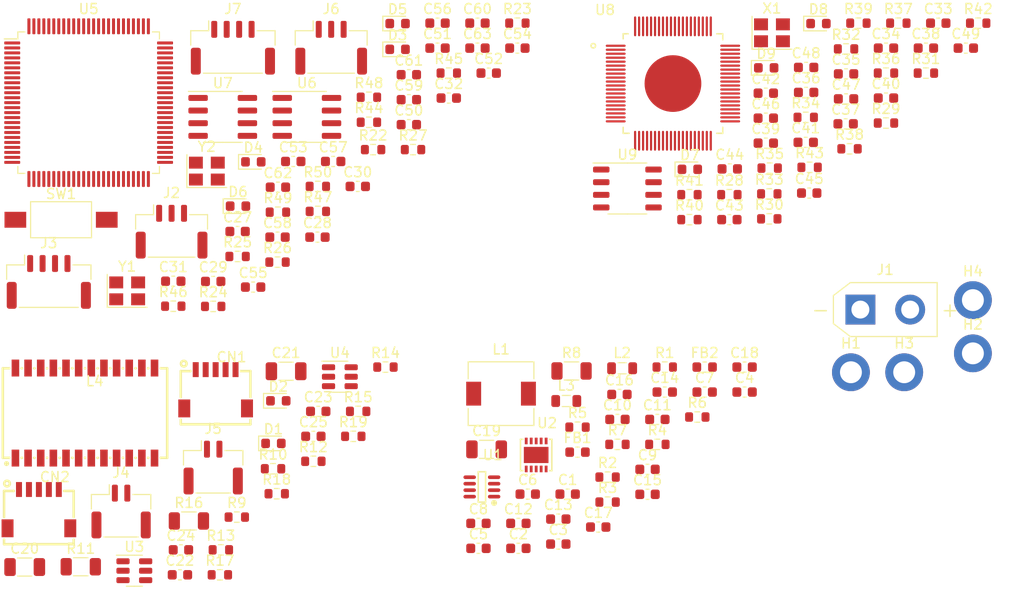
<source format=kicad_pcb>
(kicad_pcb (version 20211014) (generator pcbnew)
  (layers (0 "F.Cu" signal) (1 "In1.Cu" signal) (2 "In2.Cu" signal) (31 "B.Cu" signal) (34 "B.Paste" user) (35 "F.Paste" user) (36 "B.SilkS" user "B.Silkscreen") (37 "F.SilkS" user "F.Silkscreen") (38 "B.Mask" user) (39 "F.Mask" user) (44 "Edge.Cuts" user))
  (net 0 "")
  (net 1 "VCC")
  (net 2 "GND")
  (net 3 "Net-(C2-Pad1)")
  (net 4 "Net-(C2-Pad2)")
  (net 5 "Net-(C3-Pad1)")
  (net 6 "+5V")
  (net 7 "3V3")
  (net 8 "Net-(C9-Pad2)")
  (net 9 "Net-(C10-Pad1)")
  (net 10 "1V2")
  (net 11 "A3V3")
  (net 12 "A1V2")
  (net 13 "Earth")
  (net 14 "Net-(C20-Pad2)")
  (net 15 "Net-(C21-Pad1)")
  (net 16 "Net-(C22-Pad2)")
  (net 17 "Net-(C23-Pad2)")
  (net 18 "Net-(C24-Pad2)")
  (net 19 "Net-(C25-Pad2)")
  (net 20 "/MCU/OSC_OUT")
  (net 21 "/MCU/OSC_IN")
  (net 22 "/CONN/P0_MTXOP")
  (net 23 "/CONN/P0_MTXON")
  (net 24 "/CONN/P0_MRXIP")
  (net 25 "/CONN/P0_MRXIN")
  (net 28 "/CONN/P1_MTXOP")
  (net 29 "/CONN/P1_MTXON")
  (net 30 "/CONN/P1_MRXIP")
  (net 31 "/CONN/P1_MRXIN")
  (net 34 "Net-(D1-Pad1)")
  (net 35 "Net-(D1-Pad2)")
  (net 36 "Net-(D2-Pad2)")
  (net 37 "/MCU/LED1")
  (net 38 "Net-(D3-Pad2)")
  (net 39 "/MCU/LED2")
  (net 40 "Net-(D4-Pad2)")
  (net 41 "/MCU/LED3")
  (net 42 "Net-(D5-Pad2)")
  (net 43 "/MCU/LED4")
  (net 44 "Net-(D6-Pad2)")
  (net 45 "Net-(D7-Pad2)")
  (net 46 "Net-(D8-Pad2)")
  (net 47 "Net-(D9-Pad2)")
  (net 48 "/MCU/SWCLK")
  (net 49 "/MCU/SWDIO")
  (net 50 "/CONN/CAN0_L")
  (net 51 "/CONN/CAN0_H")
  (net 52 "/CONN/CAN1_L")
  (net 53 "/CONN/CAN1_H")
  (net 54 "Net-(L2-Pad1)")
  (net 55 "Net-(L3-Pad1)")
  (net 56 "Net-(L4-Pad3)")
  (net 57 "Net-(L4-Pad4)")
  (net 58 "Net-(L4-Pad9)")
  (net 59 "Net-(L4-Pad10)")
  (net 60 "/CONN/P0_TXOP")
  (net 61 "/CONN/P0_TXON")
  (net 62 "/CONN/P0_RXIP")
  (net 63 "/CONN/P0_RXIN")
  (net 64 "/CONN/P1_TXOP")
  (net 65 "/CONN/P1_TXON")
  (net 66 "/CONN/P1_RXIP")
  (net 67 "/CONN/P1_RXIN")
  (net 68 "Net-(R1-Pad1)")
  (net 69 "Net-(R9-Pad2)")
  (net 70 "Net-(R10-Pad2)")
  (net 71 "/CONN/P0_ACT")
  (net 72 "/CONN/P1_ACT")
  (net 73 "Net-(R28-Pad2)")
  (net 74 "/ESC/I2C_SCL")
  (net 75 "Net-(R29-Pad2)")
  (net 76 "Net-(R30-Pad1)")
  (net 77 "Net-(R31-Pad1)")
  (net 78 "Net-(R32-Pad1)")
  (net 79 "/ESC/LED_RUN")
  (net 80 "/ESC/LED_ERR")
  (net 81 "/ESC/EEP_DONE")
  (net 82 "/ESC/I2C_SDA")
  (net 83 "Net-(R43-Pad1)")
  (net 87 "/ESC/SCS")
  (net 88 "/ESC/SCLK")
  (net 89 "/ESC/MISO")
  (net 90 "/ESC/MOSI")
  (net 91 "/ESC/SYNC")
  (net 92 "/ESC/INT")
  (net 93 "/ESC/RSTN")
  (net 94 "/MCU/CAN1_RX")
  (net 95 "/MCU/CAN1_TX")
  (net 102 "/MCU/CAN0_RX")
  (net 103 "/MCU/CAN0_TX")
  (net 117 "/ESC/XSCI")
  (net 145 "Net-(C50-Pad2)")
  (net 146 "Net-(C51-Pad2)")
  (net 147 "/MCU/VREF")
  (net 148 "/MCU/RSET")
  (net 149 "/MCU/USART1_RX")
  (net 150 "/MCU/USART1_TX")
  (net 151 "/MCU/USART2_RX")
  (net 152 "/MCU/USART2_TX")
  (net 153 "/MCU/SPI2_MOSI")
  (net 154 "/MCU/SPI2_MISO")
  (net 155 "/MCU/SPI2_SCK")
  (net 156 "/MCU/SPI2_NSS")
  (net 157 "Net-(R44-Pad2)")
  (net 158 "Net-(R47-Pad1)")
  (net 162 "/MCU/OSC32_IN")
  (net 163 "/MCU/OSC32_OUT")
  (footprint "Resistor_SMD:R_0603_1608Metric" (layer "F.Cu") (at 108.03 20.75)
    (fp_text reference "R36" (at 0 -1.43) (layer "F.SilkS"))
    (fp_text value "510")
    (pad "1" smd roundrect (at -0.825 0) (size 0.8 0.95) (layers "F.Cu" "F.Paste" "F.Mask") (net 45 "Net-(D7-Pad2)"))
    (pad "2" smd roundrect (at 0.825 0) (size 0.8 0.95) (layers "F.Cu" "F.Paste" "F.Mask") (net 79 "/ESC/LED_RUN"))
  )
  (footprint "Resistor_SMD:R_0603_1608Metric" (layer "F.Cu") (at 81.06 58.07)
    (fp_text reference "R7" (at 0 -1.43) (layer "F.SilkS"))
    (fp_text value "100K")
    (pad "1" smd roundrect (at -0.825 0) (size 0.8 0.95) (layers "F.Cu" "F.Paste" "F.Mask") (net 9 "Net-(C10-Pad1)"))
    (pad "2" smd roundrect (at 0.825 0) (size 0.8 0.95) (layers "F.Cu" "F.Paste" "F.Mask") (net 2 "GND"))
  )
  (footprint "Capacitor_SMD:C_0603_1608Metric" (layer "F.Cu") (at 93.83 50.3)
    (fp_text reference "C18" (at 0 -1.43) (layer "F.SilkS"))
    (fp_text value "100n")
    (pad "1" smd roundrect (at -0.775 0) (size 0.9 0.95) (layers "F.Cu" "F.Paste" "F.Mask") (net 12 "A1V2"))
    (pad "2" smd roundrect (at 0.775 0) (size 0.9 0.95) (layers "F.Cu" "F.Paste" "F.Mask") (net 2 "GND"))
  )
  (footprint "Capacitor_SMD:C_0603_1608Metric" (layer "F.Cu") (at 100.32 32.81)
    (fp_text reference "C45" (at 0 -1.43) (layer "F.SilkS"))
    (fp_text value "100nF")
    (pad "1" smd roundrect (at -0.775 0) (size 0.9 0.95) (layers "F.Cu" "F.Paste" "F.Mask") (net 10 "1V2"))
    (pad "2" smd roundrect (at 0.775 0) (size 0.9 0.95) (layers "F.Cu" "F.Paste" "F.Mask") (net 2 "GND"))
  )
  (footprint "Inductor_SMD:L_6.3x6.3_H3" (layer "F.Cu") (at 69.37 52.97)
    (fp_text reference "L1" (at 0 -4.45) (layer "F.SilkS"))
    (fp_text value "22uH")
    (pad "1" smd rect (at -2.75 0) (size 1.5 2.4) (layers "F.Cu" "F.Paste" "F.Mask") (net 4 "Net-(C2-Pad2)"))
    (pad "2" smd rect (at 2.75 0) (size 1.5 2.4) (layers "F.Cu" "F.Paste" "F.Mask") (net 6 "+5V"))
  )
  (footprint "Capacitor_SMD:C_0603_1608Metric" (layer "F.Cu") (at 95.96 27.79)
    (fp_text reference "C39" (at 0 -1.43) (layer "F.SilkS"))
    (fp_text value "100nF")
    (pad "1" smd roundrect (at -0.775 0) (size 0.9 0.95) (layers "F.Cu" "F.Paste" "F.Mask") (net 11 "A3V3"))
    (pad "2" smd roundrect (at 0.775 0) (size 0.9 0.95) (layers "F.Cu" "F.Paste" "F.Mask") (net 2 "GND"))
  )
  (footprint "Capacitor_SMD:C_0603_1608Metric" (layer "F.Cu") (at 50.52 57.26)
    (fp_text reference "C25" (at 0 -1.43) (layer "F.SilkS"))
    (fp_text value "100n")
    (pad "1" smd roundrect (at -0.775 0) (size 0.9 0.95) (layers "F.Cu" "F.Paste" "F.Mask") (net 2 "GND"))
    (pad "2" smd roundrect (at 0.775 0) (size 0.9 0.95) (layers "F.Cu" "F.Paste" "F.Mask") (net 19 "Net-(C25-Pad2)"))
  )
  (footprint "Resistor_SMD:R_0603_1608Metric" (layer "F.Cu") (at 41.13 71.18)
    (fp_text reference "R17" (at 0 -1.43) (layer "F.SilkS"))
    (fp_text value "510")
    (pad "1" smd roundrect (at -0.825 0) (size 0.8 0.95) (layers "F.Cu" "F.Paste" "F.Mask") (net 71 "/CONN/P0_ACT"))
    (pad "2" smd roundrect (at 0.825 0) (size 0.8 0.95) (layers "F.Cu" "F.Paste" "F.Mask") (net 35 "Net-(D1-Pad2)"))
  )
  (footprint "Capacitor_SMD:C_0603_1608Metric" (layer "F.Cu") (at 92.34 30.38)
    (fp_text reference "C44" (at 0 -1.43) (layer "F.SilkS"))
    (fp_text value "100nF")
    (pad "1" smd roundrect (at -0.775 0) (size 0.9 0.95) (layers "F.Cu" "F.Paste" "F.Mask") (net 10 "1V2"))
    (pad "2" smd roundrect (at 0.775 0) (size 0.9 0.95) (layers "F.Cu" "F.Paste" "F.Mask") (net 2 "GND"))
  )
  (footprint "Capacitor_SMD:C_0603_1608Metric" (layer "F.Cu") (at 72.05 63.07)
    (fp_text reference "C6" (at 0 -1.43) (layer "F.SilkS"))
    (fp_text value "100n")
    (pad "1" smd roundrect (at -0.775 0) (size 0.9 0.95) (layers "F.Cu" "F.Paste" "F.Mask") (net 2 "GND"))
    (pad "2" smd roundrect (at 0.775 0) (size 0.9 0.95) (layers "F.Cu" "F.Paste" "F.Mask") (net 6 "+5V"))
  )
  (footprint "Capacitor_SMD:C_0603_1608Metric" (layer "F.Cu") (at 116.05 18.24)
    (fp_text reference "C49" (at 0 -1.43) (layer "F.SilkS"))
    (fp_text value "100nF")
    (pad "1" smd roundrect (at -0.775 0) (size 0.9 0.95) (layers "F.Cu" "F.Paste" "F.Mask") (net 12 "A1V2"))
    (pad "2" smd roundrect (at 0.775 0) (size 0.9 0.95) (layers "F.Cu" "F.Paste" "F.Mask") (net 2 "GND"))
  )
  (footprint "Capacitor_SMD:C_0603_1608Metric" (layer "F.Cu") (at 76.06 63.07)
    (fp_text reference "C1" (at 0 -1.43) (layer "F.SilkS"))
    (fp_text value "4.7u")
    (pad "1" smd roundrect (at -0.775 0) (size 0.9 0.95) (layers "F.Cu" "F.Paste" "F.Mask") (net 1 "VCC"))
    (pad "2" smd roundrect (at 0.775 0) (size 0.9 0.95) (layers "F.Cu" "F.Paste" "F.Mask") (net 2 "GND"))
  )
  (footprint "Resistor_SMD:R_0603_1608Metric" (layer "F.Cu") (at 56.1 25.69)
    (fp_text reference "R44" (at 0 -1.43) (layer "F.SilkS"))
    (fp_text value "10K")
    (pad "1" smd roundrect (at -0.825 0) (size 0.8 0.95) (layers "F.Cu" "F.Paste" "F.Mask") (net 2 "GND"))
    (pad "2" smd roundrect (at 0.825 0) (size 0.8 0.95) (layers "F.Cu" "F.Paste" "F.Mask") (net 157 "Net-(R44-Pad2)"))
  )
  (footprint "Resistor_SMD:R_0603_1608Metric" (layer "F.Cu") (at 85.81 50.3)
    (fp_text reference "R1" (at 0 -1.43) (layer "F.SilkS"))
    (fp_text value "100K")
    (pad "1" smd roundrect (at -0.825 0) (size 0.8 0.95) (layers "F.Cu" "F.Paste" "F.Mask") (net 68 "Net-(R1-Pad1)"))
    (pad "2" smd roundrect (at 0.825 0) (size 0.8 0.95) (layers "F.Cu" "F.Paste" "F.Mask") (net 2 "GND"))
  )
  (footprint "Package_TO_SOT_SMD:SOT-23-6" (layer "F.Cu") (at 53.18 51.27)
    (fp_text reference "U4" (at 0 -2.4) (layer "F.SilkS"))
    (fp_text value "SRV05-4")
    (pad "1" smd roundrect (at -1.1375 -0.95) (size 1.325 0.6) (layers "F.Cu" "F.Paste" "F.Mask") (net 64 "/CONN/P1_TXOP"))
    (pad "2" smd roundrect (at -1.1375 0) (size 1.325 0.6) (layers "F.Cu" "F.Paste" "F.Mask") (net 2 "GND"))
    (pad "3" smd roundrect (at -1.1375 0.95) (size 1.325 0.6) (layers "F.Cu" "F.Paste" "F.Mask") (net 66 "/CONN/P1_RXIP"))
    (pad "4" smd roundrect (at 1.1375 0.95) (size 1.325 0.6) (layers "F.Cu" "F.Paste" "F.Mask") (net 67 "/CONN/P1_RXIN"))
    (pad "5" smd roundrect (at 1.1375 0) (size 1.325 0.6) (layers "F.Cu" "F.Paste" "F.Mask") (net 70 "Net-(R10-Pad2)"))
    (pad "6" smd roundrect (at 1.1375 -0.95) (size 1.325 0.6) (layers "F.Cu" "F.Paste" "F.Mask") (net 65 "/CONN/P1_TXON"))
  )
  (footprint "Resistor_SMD:R_0603_1608Metric" (layer "F.Cu") (at 104.37 28.36)
    (fp_text reference "R38" (at 0 -1.43) (layer "F.SilkS"))
    (fp_text value "510")
    (pad "1" smd roundrect (at -0.825 0) (size 0.8 0.95) (layers "F.Cu" "F.Paste" "F.Mask") (net 47 "Net-(D9-Pad2)"))
    (pad "2" smd roundrect (at 0.825 0) (size 0.8 0.95) (layers "F.Cu" "F.Paste" "F.Mask") (net 81 "/ESC/EEP_DONE"))
  )
  (footprint "Resistor_SMD:R_0603_1608Metric" (layer "F.Cu") (at 41.23 68.67)
    (fp_text reference "R13" (at 0 -1.43) (layer "F.SilkS"))
    (fp_text value "75")
    (pad "1" smd roundrect (at -0.825 0) (size 0.8 0.95) (layers "F.Cu" "F.Paste" "F.Mask") (net 58 "Net-(L4-Pad9)"))
    (pad "2" smd roundrect (at 0.825 0) (size 0.8 0.95) (layers "F.Cu" "F.Paste" "F.Mask") (net 15 "Net-(C21-Pad1)"))
  )
  (footprint "Resistor_SMD:R_0603_1608Metric" (layer "F.Cu") (at 71.01 15.73)
    (fp_text reference "R23" (at 0 -1.43) (layer "F.SilkS"))
    (fp_text value "1K")
    (pad "1" smd roundrect (at -0.825 0) (size 0.8 0.95) (layers "F.Cu" "F.Paste" "F.Mask") (net 40 "Net-(D4-Pad2)"))
    (pad "2" smd roundrect (at 0.825 0) (size 0.8 0.95) (layers "F.Cu" "F.Paste" "F.Mask") (net 7 "3V3"))
  )
  (footprint "Package_SO:SOIC-8_3.9x4.9mm_P1.27mm" (layer "F.Cu") (at 49.87 25.15)
    (fp_text reference "U6" (at 0 -3.4) (layer "F.SilkS"))
    (fp_text value "TJA1051T-3")
    (pad "1" smd roundrect (at -2.475 -1.905) (size 1.95 0.6) (layers "F.Cu" "F.Paste" "F.Mask") (net 103 "/MCU/CAN0_TX"))
    (pad "2" smd roundrect (at -2.475 -0.635) (size 1.95 0.6) (layers "F.Cu" "F.Paste" "F.Mask") (net 2 "GND"))
    (pad "3" smd roundrect (at -2.475 0.635) (size 1.95 0.6) (layers "F.Cu" "F.Paste" "F.Mask") (net 6 "+5V"))
    (pad "4" smd roundrect (at -2.475 1.905) (size 1.95 0.6) (layers "F.Cu" "F.Paste" "F.Mask") (net 102 "/MCU/CAN0_RX"))
    (pad "5" smd roundrect (at 2.475 1.905) (size 1.95 0.6) (layers "F.Cu" "F.Paste" "F.Mask") (net 7 "3V3"))
    (pad "6" smd roundrect (at 2.475 0.635) (size 1.95 0.6) (layers "F.Cu" "F.Paste" "F.Mask") (net 50 "/CONN/CAN0_L"))
    (pad "7" smd roundrect (at 2.475 -0.635) (size 1.95 0.6) (layers "F.Cu" "F.Paste" "F.Mask") (net 51 "/CONN/CAN0_H"))
    (pad "8" smd roundrect (at 2.475 -1.905) (size 1.95 0.6) (layers "F.Cu" "F.Paste" "F.Mask") (net 2 "GND"))
  )
  (footprint "Capacitor_SMD:C_0603_1608Metric" (layer "F.Cu") (at 67 15.73)
    (fp_text reference "C60" (at 0 -1.43) (layer "F.SilkS"))
    (fp_text value "100n")
    (pad "1" smd roundrect (at -0.775 0) (size 0.9 0.95) (layers "F.Cu" "F.Paste" "F.Mask") (net 7 "3V3"))
    (pad "2" smd roundrect (at 0.775 0) (size 0.9 0.95) (layers "F.Cu" "F.Paste" "F.Mask") (net 2 "GND"))
  )
  (footprint "Resistor_SMD:R_0603_1608Metric" (layer "F.Cu") (at 42.91 39.18)
    (fp_text reference "R25" (at 0 -1.43) (layer "F.SilkS"))
    (fp_text value "1K")
    (pad "1" smd roundrect (at -0.825 0) (size 0.8 0.95) (layers "F.Cu" "F.Paste" "F.Mask") (net 44 "Net-(D6-Pad2)"))
    (pad "2" smd roundrect (at 0.825 0) (size 0.8 0.95) (layers "F.Cu" "F.Paste" "F.Mask") (net 7 "3V3"))
  )
  (footprint "Resistor_SMD:R_0603_1608Metric" (layer "F.Cu") (at 80.07 63.87)
    (fp_text reference "R3" (at 0 -1.43) (layer "F.SilkS"))
    (fp_text value "20.5K")
    (pad "1" smd roundrect (at -0.825 0) (size 0.8 0.95) (layers "F.Cu" "F.Paste" "F.Mask") (net 5 "Net-(C3-Pad1)"))
    (pad "2" smd roundrect (at 0.825 0) (size 0.8 0.95) (layers "F.Cu" "F.Paste" "F.Mask") (net 2 "GND"))
  )
  (footprint "LED_SMD:LED_0603_1608Metric" (layer "F.Cu") (at 42.95 34.12)
    (fp_text reference "D6" (at 0 -1.43) (layer "F.SilkS"))
    (fp_text value "GREEN")
    (pad "1" smd roundrect (at -0.7875 0) (size 0.875 0.95) (layers "F.Cu" "F.Paste" "F.Mask") (net 43 "/MCU/LED4"))
    (pad "2" smd roundrect (at 0.7875 0) (size 0.875 0.95) (layers "F.Cu" "F.Paste" "F.Mask") (net 44 "Net-(D6-Pad2)"))
  )
  (footprint "Capacitor_SMD:C_0603_1608Metric" (layer "F.Cu") (at 104.02 20.83)
    (fp_text reference "C35" (at 0 -1.43) (layer "F.SilkS"))
    (fp_text value "100nF")
    (pad "1" smd roundrect (at -0.775 0) (size 0.9 0.95) (layers "F.Cu" "F.Paste" "F.Mask") (net 7 "3V3"))
    (pad "2" smd roundrect (at 0.775 0) (size 0.9 0.95) (layers "F.Cu" "F.Paste" "F.Mask") (net 2 "GND"))
  )
  (footprint "Capacitor_SMD:C_0603_1608Metric" (layer "F.Cu") (at 108.03 23.26)
    (fp_text reference "C40" (at 0 -1.43) (layer "F.SilkS"))
    (fp_text value "100nF")
    (pad "1" smd roundrect (at -0.775 0) (size 0.9 0.95) (layers "F.Cu" "F.Paste" "F.Mask") (net 11 "A3V3"))
    (pad "2" smd roundrect (at 0.775 0) (size 0.9 0.95) (layers "F.Cu" "F.Paste" "F.Mask") (net 2 "GND"))
  )
  (footprint "Resistor_SMD:R_1206_3216Metric" (layer "F.Cu") (at 38.02 65.77)
    (fp_text reference "R16" (at 0 -1.82) (layer "F.SilkS"))
    (fp_text value "1M")
    (pad "1" smd roundrect (at -1.4625 0) (size 1.125 1.75) (layers "F.Cu" "F.Paste" "F.Mask") (roundrect_rratio 0.222222) (net 15 "Net-(C21-Pad1)"))
    (pad "2" smd roundrect (at 1.4625 0) (size 1.125 1.75) (layers "F.Cu" "F.Paste" "F.Mask") (roundrect_rratio 0.222222) (net 13 "Earth"))
  )
  (footprint "Resistor_SMD:R_0603_1608Metric" (layer "F.Cu") (at 50.97 32.14)
    (fp_text reference "R50" (at 0 -1.43) (layer "F.SilkS"))
    (fp_text value "1M")
    (pad "1" smd roundrect (at -0.825 0) (size 0.8 0.95) (layers "F.Cu" "F.Paste" "F.Mask") (net 21 "/MCU/OSC_IN"))
    (pad "2" smd roundrect (at 0.825 0) (size 0.8 0.95) (layers "F.Cu" "F.Paste" "F.Mask") (net 20 "/MCU/OSC_OUT"))
  )
  (footprint "Resistor_SMD:R_0603_1608Metric" (layer "F.Cu") (at 36.45 44.18)
    (fp_text reference "R46" (at 0 -1.43) (layer "F.SilkS"))
    (fp_text value "0")
    (pad "1" smd roundrect (at -0.825 0) (size 0.8 0.95) (layers "F.Cu" "F.Paste" "F.Mask") (net 157 "Net-(R44-Pad2)"))
    (pad "2" smd roundrect (at 0.825 0) (size 0.8 0.95) (layers "F.Cu" "F.Paste" "F.Mask") (net 7 "3V3"))
  )
  (footprint "Capacitor_SMD:C_0603_1608Metric" (layer "F.Cu") (at 46.92 37.24)
    (fp_text reference "C58" (at 0 -1.43) (layer "F.SilkS"))
    (fp_text value "100n")
    (pad "1" smd roundrect (at -0.775 0) (size 0.9 0.95) (layers "F.Cu" "F.Paste" "F.Mask") (net 7 "3V3"))
    (pad "2" smd roundrect (at 0.775 0) (size 0.9 0.95) (layers "F.Cu" "F.Paste" "F.Mask") (net 2 "GND"))
  )
  (footprint "Connector_JST:JST_GH_SM02B-GHS-TB_1x02-1MP_P1.25mm_Horizontal" (layer "F.Cu") (at 31.21 64.82)
    (fp_text reference "J4" (at 0 -3.9) (layer "F.SilkS"))
    (fp_text value "Conn_01x02")
    (pad "1" smd roundrect (at -0.625 -1.85) (size 0.6 1.7) (layers "F.Cu" "F.Paste" "F.Mask") (net 50 "/CONN/CAN0_L"))
    (pad "2" smd roundrect (at 0.625 -1.85) (size 0.6 1.7) (layers "F.Cu" "F.Paste" "F.Mask") (net 51 "/CONN/CAN0_H"))
    (pad "MP" smd roundrect (at -2.475 1.35) (size 1 2.7) (layers "F.Cu" "F.Paste" "F.Mask"))
    (pad "MP" smd roundrect (at 2.475 1.35) (size 1 2.7) (layers "F.Cu" "F.Paste" "F.Mask"))
  )
  (footprint "Capacitor_SMD:C_0603_1608Metric" (layer "F.Cu") (at 37.22 68.67)
    (fp_text reference "C24" (at 0 -1.43) (layer "F.SilkS"))
    (fp_text value "100n")
    (pad "1" smd roundrect (at -0.775 0) (size 0.9 0.95) (layers "F.Cu" "F.Paste" "F.Mask") (net 2 "GND"))
    (pad "2" smd roundrect (at 0.775 0) (size 0.9 0.95) (layers "F.Cu" "F.Paste" "F.Mask") (net 18 "Net-(C24-Pad2)"))
  )
  (footprint "Connector_JST:JST_GH_SM02B-GHS-TB_1x02-1MP_P1.25mm_Horizontal" (layer "F.Cu") (at 40.46 60.4)
    (fp_text reference "J5" (at 0 -3.9) (layer "F.SilkS"))
    (fp_text value "Conn_01x02")
    (pad "1" smd roundrect (at -0.625 -1.85) (size 0.6 1.7) (layers "F.Cu" "F.Paste" "F.Mask") (net 52 "/CONN/CAN1_L"))
    (pad "2" smd roundrect (at 0.625 -1.85) (size 0.6 1.7) (layers "F.Cu" "F.Paste" "F.Mask") (net 53 "/CONN/CAN1_H"))
    (pad "MP" smd roundrect (at 2.475 1.35) (size 1 2.7) (layers "F.Cu" "F.Paste" "F.Mask"))
    (pad "MP" smd roundrect (at -2.475 1.35) (size 1 2.7) (layers "F.Cu" "F.Paste" "F.Mask"))
  )
  (footprint "EXTRA IC:WDFN-10_L3.0-W3.0-P0.50-BL-EP" (layer "F.Cu") (at 72.897 59.1345)
    (fp_text reference "U2" (at 0 -3.207) (layer "F.SilkS") (effects (justify left)))
    (fp_text value "RT8075")
    (pad "1" smd rect (at -1 1.407) (size 0.28 0.665) (layers "F.Cu" "F.Paste" "F.Mask") (net 6 "+5V"))
    (pad "2" smd rect (at -0.5 1.407) (size 0.28 0.665) (layers "F.Cu" "F.Paste" "F.Mask") (net 8 "Net-(C9-Pad2)"))
    (pad "3" smd rect (at 0 1.407) (size 0.28 0.665) (layers "F.Cu" "F.Paste" "F.Mask") (net 6 "+5V"))
    (pad "4" smd rect (at 0.5 1.407) (size 0.28 0.665) (layers "F.Cu" "F.Paste" "F.Mask") (net 2 "GND"))
    (pad "5" smd rect (at 1 1.407) (size 0.28 0.665) (layers "F.Cu" "F.Paste" "F.Mask") (net 55 "Net-(L3-Pad1)"))
    (pad "6" smd rect (at 1 -1.407) (size 0.28 0.665) (layers "F.Cu" "F.Paste" "F.Mask") (net 6 "+5V"))
    (pad "7" smd rect (at 0.5 -1.407) (size 0.28 0.665) (layers "F.Cu" "F.Paste" "F.Mask") (net 9 "Net-(C10-Pad1)"))
    (pad "8" smd rect (at 0 -1.407) (size 0.28 0.665) (layers "F.Cu" "F.Paste" "F.Mask") (net 6 "+5V"))
    (pad "9" smd rect (at -0.5 -1.407) (size 0.28 0.665) (layers "F.Cu" "F.Paste" "F.Mask") (net 2 "GND"))
    (pad "10" smd rect (at -1 -1.407) (size 0.28 0.665) (layers "F.Cu" "F.Paste" "F.Mask") (net 54 "Net-(L2-Pad1)"))
    (pad "11" smd rect (at 0 0) (size 2.475 1.625) (layers "F.Cu" "F.Paste" "F.Mask") (net 2 "GND"))
  )
  (footprint "Resistor_SMD:R_0603_1608Metric" (layer "F.Cu") (at 80.07 61.36)
    (fp_text reference "R2" (at 0 -1.43) (layer "F.SilkS"))
    (fp_text value "150K")
    (pad "1" smd roundrect (at -0.825 0) (size 0.8 0.95) (layers "F.Cu" "F.Paste" "F.Mask") (net 6 "+5V"))
    (pad "2" smd roundrect (at 0.825 0) (size 0.8 0.95) (layers "F.Cu" "F.Paste" "F.Mask") (net 5 "Net-(C3-Pad1)"))
  )
  (footprint "Capacitor_SMD:C_0603_1608Metric" (layer "F.Cu") (at 75.12 65.58)
    (fp_text reference "C13" (at 0 -1.43) (layer "F.SilkS"))
    (fp_text value "100n")
    (pad "1" smd roundrect (at -0.775 0) (size 0.9 0.95) (layers "F.Cu" "F.Paste" "F.Mask") (net 7 "3V3"))
    (pad "2" smd roundrect (at 0.775 0) (size 0.9 0.95) (layers "F.Cu" "F.Paste" "F.Mask") (net 2 "GND"))
  )
  (footprint "LED_SMD:LED_0603_1608Metric" (layer "F.Cu") (at 46.51 57.97)
    (fp_text reference "D1" (at 0 -1.43) (layer "F.SilkS"))
    (fp_text value "LED")
    (pad "1" smd roundrect (at -0.7875 0) (size 0.875 0.95) (layers "F.Cu" "F.Paste" "F.Mask") (net 34 "Net-(D1-Pad1)"))
    (pad "2" smd roundrect (at 0.7875 0) (size 0.875 0.95) (layers "F.Cu" "F.Paste" "F.Mask") (net 35 "Net-(D1-Pad2)"))
  )
  (footprint "Capacitor_SMD:C_0603_1608Metric" (layer "F.Cu") (at 95.96 22.77)
    (fp_text reference "C42" (at 0 -1.43) (layer "F.SilkS"))
    (fp_text value "100nF")
    (pad "1" smd roundrect (at -0.775 0) (size 0.9 0.95) (layers "F.Cu" "F.Paste" "F.Mask") (net 11 "A3V3"))
    (pad "2" smd roundrect (at 0.775 0) (size 0.9 0.95) (layers "F.Cu" "F.Paste" "F.Mask") (net 2 "GND"))
  )
  (footprint "Crystal:Crystal_SMD_3225-4Pin_3.2x2.5mm" (layer "F.Cu") (at 39.82 30.6)
    (fp_text reference "Y2" (at 0 -2.45) (layer "F.SilkS"))
    (fp_text value "32.768KHz")
    (pad "1" smd rect (at -1.1 0.85) (size 1.4 1.2) (layers "F.Cu" "F.Paste" "F.Mask") (net 162 "/MCU/OSC32_IN"))
    (pad "2" smd rect (at 1.1 0.85) (size 1.4 1.2) (layers "F.Cu" "F.Paste" "F.Mask") (net 2 "GND"))
    (pad "3" smd rect (at 1.1 -0.85) (size 1.4 1.2) (layers "F.Cu" "F.Paste" "F.Mask") (net 163 "/MCU/OSC32_OUT"))
    (pad "4" smd rect (at -1.1 -0.85) (size 1.4 1.2) (layers "F.Cu" "F.Paste" "F.Mask") (net 2 "GND"))
  )
  (footprint "EXTRA IC:SMD-24_L16.5-W9.0-P1.27-LS9.7-BL" (layer "F.Cu") (at 27.582 54.92)
    (fp_text reference "L4" (at 0 -3.207) (layer "F.SilkS") (effects (justify left)))
    (fp_text value "G2425S")
    (pad "1" smd rect (at -6.985 4.525) (size 0.76 1.7) (layers "F.Cu" "F.Paste" "F.Mask") (net 31 "/CONN/P1_MRXIN"))
    (pad "2" smd rect (at -5.715 4.525) (size 0.76 1.7) (layers "F.Cu" "F.Paste" "F.Mask") (net 30 "/CONN/P1_MRXIP"))
    (pad "3" smd rect (at -4.445 4.525) (size 0.76 1.7) (layers "F.Cu" "F.Paste" "F.Mask") (net 56 "Net-(L4-Pad3)"))
    (pad "4" smd rect (at -3.175 4.525) (size 0.76 1.7) (layers "F.Cu" "F.Paste" "F.Mask") (net 57 "Net-(L4-Pad4)"))
    (pad "5" smd rect (at -1.905 4.525) (size 0.76 1.7) (layers "F.Cu" "F.Paste" "F.Mask") (net 29 "/CONN/P1_MTXON"))
    (pad "6" smd rect (at -0.635 4.525) (size 0.76 1.7) (layers "F.Cu" "F.Paste" "F.Mask") (net 28 "/CONN/P1_MTXOP"))
    (pad "7" smd rect (at 0.635 4.525) (size 0.76 1.7) (layers "F.Cu" "F.Paste" "F.Mask") (net 25 "/CONN/P0_MRXIN"))
    (pad "8" smd rect (at 1.905 4.525) (size 0.76 1.7) (layers "F.Cu" "F.Paste" "F.Mask") (net 24 "/CONN/P0_MRXIP"))
    (pad "9" smd rect (at 3.175 4.525) (size 0.76 1.7) (layers "F.Cu" "F.Paste" "F.Mask") (net 58 "Net-(L4-Pad9)"))
    (pad "10" smd rect (at 4.445 4.525) (size 0.76 1.7) (layers "F.Cu" "F.Paste" "F.Mask") (net 59 "Net-(L4-Pad10)"))
    (pad "11" smd rect (at 5.715 4.525) (size 0.76 1.7) (layers "F.Cu" "F.Paste" "F.Mask") (net 23 "/CONN/P0_MTXON"))
    (pad "12" smd rect (at 6.985 4.525) (size 0.76 1.7) (layers "F.Cu" "F.Paste" "F.Mask") (net 22 "/CONN/P0_MTXOP"))
    (pad "13" smd rect (at 6.985 -4.525) (size 0.76 1.7) (layers "F.Cu" "F.Paste" "F.Mask") (net 60 "/CONN/P0_TXOP"))
    (pad "14" smd rect (at 5.715 -4.525) (size 0.76 1.7) (layers "F.Cu" "F.Paste" "F.Mask") (net 61 "/CONN/P0_TXON"))
    (pad "15" smd rect (at 4.445 -4.525) (size 0.76 1.7) (layers "F.Cu" "F.Paste" "F.Mask") (net 16 "Net-(C22-Pad2)"))
    (pad "16" smd rect (at 3.175 -4.525) (size 0.76 1.7) (layers "F.Cu" "F.Paste" "F.Mask") (net 17 "Net-(C23-Pad2)"))
    (pad "17" smd rect (at 1.905 -4.525) (size 0.76 1.7) (layers "F.Cu" "F.Paste" "F.Mask") (net 62 "/CONN/P0_RXIP"))
    (pad "18" smd rect (at 0.635 -4.525) (size 0.76 1.7) (layers "F.Cu" "F.Paste" "F.Mask") (net 63 "/CONN/P0_RXIN"))
    (pad "19" smd rect (at -0.635 -4.525) (size 0.76 1.7) (layers "F.Cu" "F.Paste" "F.Mask") (net 64 "/CONN/P1_TXOP"))
    (pad "20" smd rect (at -1.905 -4.525) (size 0.76 1.7) (layers "F.Cu" "F.Paste" "F.Mask") (net 65 "/CONN/P1_TXON"))
    (pad "21" smd rect (at -3.175 -4.525) (size 0.76 1.7) (layers "F.Cu" "F.Paste" "F.Mask") (net 18 "Net-(C24-Pad2)"))
    (pad "22" smd rect (at -4.445 -4.525) (size 0.76 1.7) (layers "F.Cu" "F.Paste" "F.Mask") (net 19 "Net-(C25-Pad2)"))
    (pad "23" smd rect (at -5.715 -4.525) (size 0.76 1.7) (layers "F.Cu" "F.Paste" "F.Mask") (net 66 "/CONN/P1_RXIP"))
    (pad "24" smd rect (at -6.985 -4.525) (size 0.76 1.7) (layers "F.Cu" "F.Paste" "F.Mask") (net 67 "/CONN/P1_RXIN"))
  )
  (footprint "EXTRA IC:CONN-TH_5019530507" (layer "F.Cu") (at 40.705 52.505)
    (fp_text reference "CN1" (at 0 -3.207) (layer "F.SilkS") (effects (justify left)))
    (fp_text value "5019530507")
    (pad "1" smd rect (at 2 -1.95) (size 0.6 1.5) (layers "F.Cu" "F.Paste" "F.Mask") (net 22 "/CONN/P0_MTXOP"))
    (pad "2" smd rect (at 1 -1.95) (size 0.6 1.5) (layers "F.Cu" "F.Paste" "F.Mask") (net 23 "/CONN/P0_MTXON"))
    (pad "3" smd rect (at 0 -1.95) (size 0.6 1.5) (layers "F.Cu" "F.Paste" "F.Mask") (net 24 "/CONN/P0_MRXIP"))
    (pad "4" smd rect (at -1 -1.95) (size 0.6 1.5) (layers "F.Cu" "F.Paste" "F.Mask") (net 25 "/CONN/P0_MRXIN"))
    (pad "5" smd rect (at -2 -1.95) (size 0.6 1.5) (layers "F.Cu" "F.Paste" "F.Mask") (net 14 "Net-(C20-Pad2)"))
    (pad "6" smd rect (at -3.15 1.95) (size 1.2 1.8) (layers "F.Cu" "F.Paste" "F.Mask"))
    (pad "7" smd rect (at 3.15 1.95) (size 1.2 1.8) (layers "F.Cu" "F.Paste" "F.Mask"))
  )
  (footprint "Resistor_SMD:R_0603_1608Metric" (layer "F.Cu") (at 96.31 32.89)
    (fp_text reference "R33" (at 0 -1.43) (layer "F.SilkS"))
    (fp_text value "4.7K")
    (pad "1" smd roundrect (at -0.825 0) (size 0.8 0.95) (layers "F.Cu" "F.Paste" "F.Mask") (net 2 "GND"))
    (pad "2" smd roundrect (at 0.825 0) (size 0.8 0.95) (layers "F.Cu" "F.Paste" "F.Mask") (net 45 "Net-(D7-Pad2)"))
  )
  (footprint "MountingHole:MountingHole_2.2mm_M2_DIN965_Pad" (layer "F.Cu") (at 104.51 50.82)
    (fp_text reference "H1" (at 0 -2.9) (layer "F.SilkS"))
    (fp_text value "MountingHole")
    (pad "1" thru_hole circle (at 0 0) (size 3.8 3.8) (drill 2.2) (layers *.Cu *.Mask))
  )
  (footprint "Resistor_SMD:R_0603_1608Metric" (layer "F.Cu") (at 89.08 55.32)
    (fp_text reference "R6" (at 0 -1.43) (layer "F.SilkS"))
    (fp_text value "453k")
    (pad "1" smd roundrect (at -0.825 0) (size 0.8 0.95) (layers "F.Cu" "F.Paste" "F.Mask") (net 10 "1V2"))
    (pad "2" smd roundrect (at 0.825 0) (size 0.8 0.95) (layers "F.Cu" "F.Paste" "F.Mask") (net 9 "Net-(C10-Pad1)"))
  )
  (footprint "Connector_JST:JST_GH_SM04B-GHS-TB_1x04-1MP_P1.25mm_Horizontal" (layer "F.Cu") (at 23.95 41.74)
    (fp_text reference "J3" (at 0 -3.9) (layer "F.SilkS"))
    (fp_text value "Conn_01x04")
    (pad "1" smd roundrect (at -1.875 -1.85) (size 0.6 1.7) (layers "F.Cu" "F.Paste" "F.Mask") (net 2 "GND"))
    (pad "2" smd roundrect (at -0.625 -1.85) (size 0.6 1.7) (layers "F.Cu" "F.Paste" "F.Mask") (net 48 "/MCU/SWCLK"))
    (pad "3" smd roundrect (at 0.625 -1.85) (size 0.6 1.7) (layers "F.Cu" "F.Paste" "F.Mask") (net 49 "/MCU/SWDIO"))
    (pad "4" smd roundrect (at 1.875 -1.85) (size 0.6 1.7) (layers "F.Cu" "F.Paste" "F.Mask") (net 7 "3V3"))
    (pad "MP" smd roundrect (at 3.725 1.35) (size 1 2.7) (layers "F.Cu" "F.Paste" "F.Mask"))
    (pad "MP" smd roundrect (at -3.725 1.35) (size 1 2.7) (layers "F.Cu" "F.Paste" "F.Mask"))
  )
  (footprint "Capacitor_SMD:C_0603_1608Metric" (layer "F.Cu") (at 79.13 66.38)
    (fp_text reference "C17" (at 0 -1.43) (layer "F.SilkS"))
    (fp_text value "100n")
    (pad "1" smd roundrect (at -0.775 0) (size 0.9 0.95) (layers "F.Cu" "F.Paste" "F.Mask") (net 11 "A3V3"))
    (pad "2" smd roundrect (at 0.775 0) (size 0.9 0.95) (layers "F.Cu" "F.Paste" "F.Mask") (net 2 "GND"))
  )
  (footprint "Capacitor_SMD:C_0603_1608Metric" (layer "F.Cu") (at 42.91 36.67)
    (fp_text reference "C27" (at 0 -1.43) (layer "F.SilkS"))
    (fp_text value "22p")
    (pad "1" smd roundrect (at -0.775 0) (size 0.9 0.95) (layers "F.Cu" "F.Paste" "F.Mask") (net 20 "/MCU/OSC_OUT"))
    (pad "2" smd roundrect (at 0.775 0) (size 0.9 0.95) (layers "F.Cu" "F.Paste" "F.Mask") (net 2 "GND"))
  )
  (footprint "Capacitor_SMD:C_0603_1608Metric" (layer "F.Cu") (at 113.28 15.73)
    (fp_text reference "C33" (at 0 -1.43) (layer "F.SilkS"))
    (fp_text value "100nF")
    (pad "1" smd roundrect (at -0.775 0) (size 0.9 0.95) (layers "F.Cu" "F.Paste" "F.Mask") (net 10 "1V2"))
    (pad "2" smd roundrect (at 0.775 0) (size 0.9 0.95) (layers "F.Cu" "F.Paste" "F.Mask") (net 2 "GND"))
  )
  (footprint "Resistor_SMD:R_0603_1608Metric" (layer "F.Cu") (at 57.76 50.3)
    (fp_text reference "R14" (at 0 -1.43) (layer "F.SilkS"))
    (fp_text value "75")
    (pad "1" smd roundrect (at -0.825 0) (size 0.8 0.95) (layers "F.Cu" "F.Paste" "F.Mask") (net 57 "Net-(L4-Pad4)"))
    (pad "2" smd roundrect (at 0.825 0) (size 0.8 0.95) (layers "F.Cu" "F.Paste" "F.Mask") (net 15 "Net-(C21-Pad1)"))
  )
  (footprint "Button_Switch_SMD:SW_SPST_FSMSM" (layer "F.Cu") (at 25.18 35.49)
    (fp_text reference "SW1" (at 0 -2.6) (layer "F.SilkS"))
    (fp_text value "SW_Push")
    (pad "1" smd rect (at -4.59 0) (size 2.18 1.6) (layers "F.Cu" "F.Paste" "F.Mask") (net 2 "GND"))
    (pad "2" smd rect (at 4.59 0) (size 2.18 1.6) (layers "F.Cu" "F.Paste" "F.Mask") (net 148 "/MCU/RSET"))
  )
  (footprint "Capacitor_SMD:C_0603_1608Metric" (layer "F.Cu") (at 52.51 29.63)
    (fp_text reference "C57" (at 0 -1.43) (layer "F.SilkS"))
    (fp_text value "100n")
    (pad "1" smd roundrect (at -0.775 0) (size 0.9 0.95) (layers "F.Cu" "F.Paste" "F.Mask") (net 7 "3V3"))
    (pad "2" smd roundrect (at 0.775 0) (size 0.9 0.95) (layers "F.Cu" "F.Paste" "F.Mask") (net 2 "GND"))
  )
  (footprint "Inductor_SMD:L_0603_1608Metric" (layer "F.Cu") (at 77.05 58.85)
    (fp_text reference "FB1" (at 0 -1.43) (layer "F.SilkS"))
    (fp_text value "PBY160808T-110Y-N")
    (pad "1" smd roundrect (at -0.7875 0) (size 0.875 0.95) (layers "F.Cu" "F.Paste" "F.Mask") (net 7 "3V3"))
    (pad "2" smd roundrect (at 0.7875 0) (size 0.875 0.95) (layers "F.Cu" "F.Paste" "F.Mask") (net 11 "A3V3"))
  )
  (footprint "Capacitor_SMD:C_0603_1608Metric" (layer "F.Cu") (at 75.12 68.09)
    (fp_text reference "C3" (at 0 -1.43) (layer "F.SilkS"))
    (fp_text value "10n")
    (pad "1" smd roundrect (at -0.775 0) (size 0.9 0.95) (layers "F.Cu" "F.Paste" "F.Mask") (net 5 "Net-(C3-Pad1)"))
    (pad "2" smd roundrect (at 0.775 0) (size 0.9 0.95) (layers "F.Cu" "F.Paste" "F.Mask") (net 6 "+5V"))
  )
  (footprint "LED_SMD:LED_0603_1608Metric" (layer "F.Cu") (at 44.49 29.67)
    (fp_text reference "D4" (at 0 -1.43) (layer "F.SilkS"))
    (fp_text value "BLUE")
    (pad "1" smd roundrect (at -0.7875 0) (size 0.875 0.95) (layers "F.Cu" "F.Paste" "F.Mask") (net 39 "/MCU/LED2"))
    (pad "2" smd roundrect (at 0.7875 0) (size 0.875 0.95) (layers "F.Cu" "F.Paste" "F.Mask") (net 40 "Net-(D4-Pad2)"))
  )
  (footprint "LED_SMD:LED_0603_1608Metric" (layer "F.Cu") (at 96 20.22)
    (fp_text reference "D9" (at 0 -1.43) (layer "F.SilkS"))
    (fp_text value "GREEN")
    (pad "1" smd roundrect (at -0.7875 0) (size 0.875 0.95) (layers "F.Cu" "F.Paste" "F.Mask") (net 2 "GND"))
    (pad "2" smd roundrect (at 0.7875 0) (size 0.875 0.95) (layers "F.Cu" "F.Paste" "F.Mask") (net 47 "Net-(D9-Pad2)"))
  )
  (footprint "Resistor_SMD:R_0603_1608Metric" (layer "F.Cu") (at 50.52 59.77)
    (fp_text reference "R12" (at 0 -1.43) (layer "F.SilkS"))
    (fp_text value "75")
    (pad "1" smd roundrect (at -0.825 0) (size 0.8 0.95) (layers "F.Cu" "F.Paste" "F.Mask") (net 59 "Net-(L4-Pad10)"))
    (pad "2" smd roundrect (at 0.825 0) (size 0.8 0.95) (layers "F.Cu" "F.Paste" "F.Mask") (net 15 "Net-(C21-Pad1)"))
  )
  (footprint "Resistor_SMD:R_0603_1608Metric" (layer "F.Cu") (at 46.47 60.52)
    (fp_text reference "R10" (at 0 -1.43) (layer "F.SilkS"))
    (fp_text value "0")
    (pad "1" smd roundrect (at -0.825 0) (size 0.8 0.95) (layers "F.Cu" "F.Paste" "F.Mask") (net 11 "A3V3"))
    (pad "2" smd roundrect (at 0.825 0) (size 0.8 0.95) (layers "F.Cu" "F.Paste" "F.Mask") (net 70 "Net-(R10-Pad2)"))
  )
  (footprint "Resistor_SMD:R_0603_1608Metric" (layer "F.Cu") (at 109.27 15.73)
    (fp_text reference "R37" (at 0 -1.43) (layer "F.SilkS"))
    (fp_text value "510")
    (pad "1" smd roundrect (at -0.825 0) (size 0.8 0.95) (layers "F.Cu" "F.Paste" "F.Mask") (net 46 "Net-(D8-Pad2)"))
    (pad "2" smd roundrect (at 0.825 0) (size 0.8 0.95) (layers "F.Cu" "F.Paste" "F.Mask") (net 80 "/ESC/LED_ERR"))
  )
  (footprint "Capacitor_SMD:C_0603_1608Metric" (layer "F.Cu") (at 71.01 18.24)
    (fp_text reference "C54" (at 0 -1.43) (layer "F.SilkS"))
    (fp_text value "10u")
    (pad "1" smd roundrect (at -0.775 0) (size 0.9 0.95) (layers "F.Cu" "F.Paste" "F.Mask") (net 2 "GND"))
    (pad "2" smd roundrect (at 0.775 0) (size 0.9 0.95) (layers "F.Cu" "F.Paste" "F.Mask") (net 148 "/MCU/RSET"))
  )
  (footprint "Resistor_SMD:R_0603_1608Metric" (layer "F.Cu") (at 100.36 30.22)
    (fp_text reference "R43" (at 0 -1.43) (layer "F.SilkS"))
    (fp_text value "4.7K")
    (pad "1" smd roundrect (at -0.825 0) (size 0.8 0.95) (layers "F.Cu" "F.Paste" "F.Mask") (net 83 "Net-(R43-Pad1)"))
    (pad "2" smd roundrect (at 0.825 0) (size 0.8 0.95) (layers "F.Cu" "F.Paste" "F.Mask") (net 2 "GND"))
  )
  (footprint "Capacitor_SMD:C_0603_1608Metric" (layer "F.Cu") (at 85.07 55.56)
    (fp_text reference "C11" (at 0 -1.43) (layer "F.SilkS"))
    (fp_text value "22u")
    (pad "1" smd roundrect (at -0.775 0) (size 0.9 0.95) (layers "F.Cu" "F.Paste" "F.Mask") (net 7 "3V3"))
    (pad "2" smd roundrect (at 0.775 0) (size 0.9 0.95) (layers "F.Cu" "F.Paste" "F.Mask") (net 2 "GND"))
  )
  (footprint "Capacitor_SMD:C_0603_1608Metric" (layer "F.Cu") (at 67.1 68.52)
    (fp_text reference "C5" (at 0 -1.43) (layer "F.SilkS"))
    (fp_text value "22u")
    (pad "1" smd roundrect (at -0.775 0) (size 0.9 0.95) (layers "F.Cu" "F.Paste" "F.Mask") (net 2 "GND"))
    (pad "2" smd roundrect (at 0.775 0) (size 0.9 0.95) (layers "F.Cu" "F.Paste" "F.Mask") (net 6 "+5V"))
  )
  (footprint "Capacitor_SMD:C_0603_1608Metric" (layer "F.Cu") (at 67 18.24)
    (fp_text reference "C63" (at 0 -1.43) (layer "F.SilkS"))
    (fp_text value "100n")
    (pad "1" smd roundrect (at -0.775 0) (size 0.9 0.95) (layers "F.Cu" "F.Paste" "F.Mask") (net 7 "3V3"))
    (pad "2" smd roundrect (at 0.775 0) (size 0.9 0.95) (layers "F.Cu" "F.Paste" "F.Mask") (net 2 "GND"))
  )
  (footprint "LED_SMD:LED_0603_1608Metric" (layer "F.Cu") (at 101.25 15.77)
    (fp_text reference "D8" (at 0 -1.43) (layer "F.SilkS"))
    (fp_text value "RED")
    (pad "1" smd roundrect (at -0.7875 0) (size 0.875 0.95) (layers "F.Cu" "F.Paste" "F.Mask") (net 2 "GND"))
    (pad "2" smd roundrect (at 0.7875 0) (size 0.875 0.95) (layers "F.Cu" "F.Paste" "F.Mask") (net 46 "Net-(D8-Pad2)"))
  )
  (footprint "Package_TO_SOT_SMD:SOT-23-6" (layer "F.Cu") (at 32.54 70.77)
    (fp_text reference "U3" (at 0 -2.4) (layer "F.SilkS"))
    (fp_text value "SRV05-4")
    (pad "1" smd roundrect (at -1.1375 -0.95) (size 1.325 0.6) (layers "F.Cu" "F.Paste" "F.Mask") (net 60 "/CONN/P0_TXOP"))
    (pad "2" smd roundrect (at -1.1375 0) (size 1.325 0.6) (layers "F.Cu" "F.Paste" "F.Mask") (net 2 "GND"))
    (pad "3" smd roundrect (at -1.1375 0.95) (size 1.325 0.6) (layers "F.Cu" "F.Paste" "F.Mask") (net 62 "/CONN/P0_RXIP"))
    (pad "4" smd roundrect (at 1.1375 0.95) (size 1.325 0.6) (layers "F.Cu" "F.Paste" "F.Mask") (net 63 "/CONN/P0_RXIN"))
    (pad "5" smd roundrect (at 1.1375 0) (size 1.325 0.6) (layers "F.Cu" "F.Paste" "F.Mask") (net 69 "Net-(R9-Pad2)"))
    (pad "6" smd roundrect (at 1.1375 -0.95) (size 1.325 0.6) (layers "F.Cu" "F.Paste" "F.Mask") (net 61 "/CONN/P0_TXON"))
  )
  (footprint "LED_SMD:LED_0603_1608Metric" (layer "F.Cu") (at 47 53.69)
    (fp_text reference "D2" (at 0 -1.43) (layer "F.SilkS"))
    (fp_text value "LED")
    (pad "1" smd roundrect (at -0.7875 0) (size 0.875 0.95) (layers "F.Cu" "F.Paste" "F.Mask") (net 34 "Net-(D1-Pad1)"))
    (pad "2" smd roundrect (at 0.7875 0) (size 0.875 0.95) (layers "F.Cu" "F.Paste" "F.Mask") (net 36 "Net-(D2-Pad2)"))
  )
  (footprint "Capacitor_SMD:C_1206_3216Metric" (layer "F.Cu") (at 67.92 58.57)
    (fp_text reference "C19" (at 0 -1.85) (layer "F.SilkS"))
    (fp_text value "1000p")
    (pad "1" smd roundrect (at -1.475 0) (size 1.15 1.8) (layers "F.Cu" "F.Paste" "F.Mask") (roundrect_rratio 0.217391) (net 13 "Earth"))
    (pad "2" smd roundrect (at 1.475 0) (size 1.15 1.8) (layers "F.Cu" "F.Paste" "F.Mask") (roundrect_rratio 0.217391) (net 2 "GND"))
  )
  (footprint "Capacitor_SMD:C_0603_1608Metric" (layer "F.Cu") (at 36.45 41.67)
    (fp_text reference "C31" (at 0 -1.43) (layer "F.SilkS"))
    (fp_text value "100n")
    (pad "1" smd roundrect (at -0.775 0) (size 0.9 0.95) (layers "F.Cu" "F.Paste" "F.Mask") (net 7 "3V3"))
    (pad "2" smd roundrect (at 0.775 0) (size 0.9 0.95) (layers "F.Cu" "F.Paste" "F.Mask") (net 2 "GND"))
  )
  (footprint "EXTRA IC:SOT-23-8_L3.0-W1.7-P0.65-LS2.8-BR" (layer "F.Cu") (at 67.447 62.347)
    (fp_text reference "U1" (at 0 -3.207) (layer "F.SilkS") (effects (justify left)))
    (fp_text value "SY8303AAIC")
    (pad "1" smd oval (at 1.226 0.975) (size 1.252 0.364) (layers "F.Cu" "F.Paste" "F.Mask") (net 5 "Net-(C3-Pad1)"))
    (pad "2" smd oval (at 1.226 0.325) (size 1.252 0.364) (layers "F.Cu" "F.Paste" "F.Mask") (net 68 "Net-(R1-Pad1)"))
    (pad "3" smd oval (at 1.226 -0.325) (size 1.252 0.364) (layers "F.Cu" "F.Paste" "F.Mask") (net 2 "GND"))
    (pad "4" smd oval (at 1.226 -0.975) (size 1.252 0.364) (layers "F.Cu" "F.Paste" "F.Mask") (net 2 "GND"))
    (pad "5" smd oval (at -1.226 -0.975) (size 1.252 0.364) (layers "F.Cu" "F.Paste" "F.Mask") (net 1 "VCC"))
    (pad "6" smd oval (at -1.226 -0.325) (size 1.252 0.364) (layers "F.Cu" "F.Paste" "F.Mask") (net 4 "Net-(C2-Pad2)"))
    (pad "7" smd oval (at -1.226 0.325) (size 1.252 0.364) (layers "F.Cu" "F.Paste" "F.Mask") (net 3 "Net-(C2-Pad1)"))
    (pad "8" smd oval (at -1.226 0.975) (size 1.252 0.364) (layers "F.Cu" "F.Paste" "F.Mask") (net 1 "VCC"))
  )
  (footprint "Capacitor_SMD:C_0603_1608Metric" (layer "F.Cu") (at 67.1 66.01)
    (fp_text reference "C8" (at 0 -1.43) (layer "F.SilkS"))
    (fp_text value "100n")
    (pad "1" smd roundrect (at -0.775 0) (size 0.9 0.95) (layers "F.Cu" "F.Paste" "F.Mask") (net 2 "GND"))
    (pad "2" smd roundrect (at 0.775 0) (size 0.9 0.95) (layers "F.Cu" "F.Paste" "F.Mask") (net 6 "+5V"))
  )
  (footprint "Resistor_SMD:R_0603_1608Metric" (layer "F.Cu") (at 40.46 44.2)
    (fp_text reference "R24" (at 0 -1.43) (layer "F.SilkS"))
    (fp_text value "1K")
    (pad "1" smd roundrect (at -0.825 0) (size 0.8 0.95) (layers "F.Cu" "F.Paste" "F.Mask") (net 42 "Net-(D5-Pad2)"))
    (pad "2" smd roundrect (at 0.825 0) (size 0.8 0.95) (layers "F.Cu" "F.Paste" "F.Mask") (net 7 "3V3"))
  )
  (footprint "Resistor_SMD:R_0603_1608Metric" (layer "F.Cu") (at 54.53 57.26)
    (fp_text reference "R19" (at 0 -1.43) (layer "F.SilkS"))
    (fp_text value "0")
    (pad "1" smd roundrect (at -0.825 0) (size 0.8 0.95) (layers "F.Cu" "F.Paste" "F.Mask") (net 34 "Net-(D1-Pad1)"))
    (pad "2" smd roundrect (at 0.825 0) (size 0.8 0.95) (layers "F.Cu" "F.Paste" "F.Mask") (net 2 "GND"))
  )
  (footprint "Capacitor_SMD:C_0603_1608Metric" (layer "F.Cu") (at 37.12 71.18)
    (fp_text reference "C22" (at 0 -1.43) (layer "F.SilkS"))
    (fp_text value "100n")
    (pad "1" smd roundrect (at -0.775 0) (size 0.9 0.95) (layers "F.Cu" "F.Paste" "F.Mask") (net 2 "GND"))
    (pad "2" smd roundrect (at 0.775 0) (size 0.9 0.95) (layers "F.Cu" "F.Paste" "F.Mask") (net 16 "Net-(C22-Pad2)"))
  )
  (footprint "Capacitor_SMD:C_0603_1608Metric" (layer "F.Cu") (at 103.98 25.85)
    (fp_text reference "C37" (at 0 -1.43) (layer "F.SilkS"))
    (fp_text value "100nF")
    (pad "1" smd roundrect (at -0.775 0) (size 0.9 0.95) (layers "F.Cu" "F.Paste" "F.Mask") (net 7 "3V3"))
    (pad "2" smd roundrect (at 0.775 0) (size 0.9 0.95) (layers "F.Cu" "F.Paste" "F.Mask") (net 2 "GND"))
  )
  (footprint "Capacitor_SMD:C_0603_1608Metric" (layer "F.Cu") (at 48.5 29.63)
    (fp_text reference "C53" (at 0 -1.43) (layer "F.SilkS"))
    (fp_text value "100n")
    (pad "1" smd roundrect (at -0.775 0) (size 0.9 0.95) (layers "F.Cu" "F.Paste" "F.Mask") (net 147 "/MCU/VREF"))
    (pad "2" smd roundrect (at 0.775 0) (size 0.9 0.95) (layers "F.Cu" "F.Paste" "F.Mask") (net 2 "GND"))
  )
  (footprint "Resistor_SMD:R_0603_1608Metric" (layer "F.Cu") (at 42.83 65.38)
    (fp_text reference "R9" (at 0 -1.43) (layer "F.SilkS"))
    (fp_text value "0")
    (pad "1" smd roundrect (at -0.825 0) (size 0.8 0.95) (layers "F.Cu" "F.Paste" "F.Mask") (net 11 "A3V3"))
    (pad "2" smd roundrect (at 0.825 0) (size 0.8 0.95) (layers "F.Cu" "F.Paste" "F.Mask") (net 69 "Net-(R9-Pad2)"))
  )
  (footprint "Capacitor_SMD:C_0603_1608Metric" (layer "F.Cu") (at 108.03 18.24)
    (fp_text reference "C34" (at 0 -1.43) (layer "F.SilkS"))
    (fp_text value "100nF")
    (pad "1" smd roundrect (at -0.775 0) (size 0.9 0.95) (layers "F.Cu" "F.Paste" "F.Mask") (net 7 "3V3"))
    (pad "2" smd roundrect (at 0.775 0) (size 0.9 0.95) (layers "F.Cu" "F.Paste" "F.Mask") (net 2 "GND"))
  )
  (footprint "Resistor_SMD:R_0603_1608Metric" (layer "F.Cu") (at 108.03 25.77)
    (fp_text reference "R29" (at 0 -1.43) (layer "F.SilkS"))
    (fp_text value "22")
    (pad "1" smd roundrect (at -0.825 0) (size 0.8 0.95) (layers "F.Cu" "F.Paste" "F.Mask") (net 74 "/ESC/I2C_SCL"))
    (pad "2" smd roundrect (at 0.825 0) (size 0.8 0.95) (layers "F.Cu" "F.Paste" "F.Mask") (net 75 "Net-(R29-Pad2)"))
  )
  (footprint "Inductor_SMD:L_0603_1608Metric" (layer "F.Cu") (at 89.82 50.3)
    (fp_text reference "FB2" (at 0 -1.43) (layer "F.SilkS"))
    (fp_text value "PBY160808T-110Y-N")
    (pad "1" smd roundrect (at -0.7875 0) (size 0.875 0.95) (layers "F.Cu" "F.Paste" "F.Mask") (net 10 "1V2"))
    (pad "2" smd roundrect (at 0.7875 0) (size 0.875 0.95) (layers "F.Cu" "F.Paste" "F.Mask") (net 12 "A1V2"))
  )
  (footprint "Resistor_SMD:R_0603_1608Metric" (layer "F.Cu") (at 105.26 15.73)
    (fp_text reference "R39" (at 0 -1.43) (layer "F.SilkS"))
    (fp_text value "4.7K")
    (pad "1" smd roundrect (at -0.825 0) (size 0.8 0.95) (layers "F.Cu" "F.Paste" "F.Mask") (net 71 "/CONN/P0_ACT"))
    (pad "2" smd roundrect (at 0.825 0) (size 0.8 0.95) (layers "F.Cu" "F.Paste" "F.Mask") (net 2 "GND"))
  )
  (footprint "Capacitor_SMD:C_0603_1608Metric" (layer "F.Cu") (at 68.13 20.75)
    (fp_text reference "C52" (at 0 -1.43) (layer "F.SilkS"))
    (fp_text value "10u")
    (pad "1" smd roundrect (at -0.775 0) (size 0.9 0.95) (layers "F.Cu" "F.Paste" "F.Mask") (net 147 "/MCU/VREF"))
    (pad "2" smd roundrect (at 0.775 0) (size 0.9 0.95) (layers "F.Cu" "F.Paste" "F.Mask") (net 2 "GND"))
  )
  (footprint "Capacitor_SMD:C_0603_1608Metric" (layer "F.Cu") (at 71.11 68.52)
    (fp_text reference "C2" (at 0 -1.43) (layer "F.SilkS"))
    (fp_text value "10n")
    (pad "1" smd roundrect (at -0.775 0) (size 0.9 0.95) (layers "F.Cu" "F.Paste" "F.Mask") (net 3 "Net-(C2-Pad1)"))
    (pad "2" smd roundrect (at 0.775 0) (size 0.9 0.95) (layers "F.Cu" "F.Paste" "F.Mask") (net 4 "Net-(C2-Pad2)"))
  )
  (footprint "MountingHole:MountingHole_2.2mm_M2_DIN965_Pad" (layer "F.Cu") (at 116.76 43.57)
    (fp_text reference "H4" (at 0 -2.9) (layer "F.SilkS"))
    (fp_text value "MountingHole")
    (pad "1" thru_hole circle (at 0 0) (size 3.8 3.8) (drill 2.2) (layers *.Cu *.Mask))
  )
  (footprint "Resistor_SMD:R_1206_3216Metric" (layer "F.Cu") (at 76.45 50.69)
    (fp_text reference "R8" (at 0 -1.82) (layer "F.SilkS"))
    (fp_text value "1M")
    (pad "1" smd roundrect (at -1.4625 0) (size 1.125 1.75) (layers "F.Cu" "F.Paste" "F.Mask") (roundrect_rratio 0.222222) (net 2 "GND"))
    (pad "2" smd roundrect (at 1.4625 0) (size 1.125 1.75) (layers "F.Cu" "F.Paste" "F.Mask") (roundrect_rratio 0.222222) (net 13 "Earth"))
  )
  (footprint "Capacitor_SMD:C_0603_1608Metric" (layer "F.Cu") (at 71.11 66.01)
    (fp_text reference "C12" (at 0 -1.43) (layer "F.SilkS"))
    (fp_text value "22u")
    (pad "1" smd roundrect (at -0.775 0) (size 0.9 0.95) (layers "F.Cu" "F.Paste" "F.Mask") (net 10 "1V2"))
    (pad "2" smd roundrect (at 0.775 0) (size 0.9 0.95) (layers "F.Cu" "F.Paste" "F.Mask") (net 2 "GND"))
  )
  (footprint "Capacitor_SMD:C_0603_1608Metric" (layer "F.Cu") (at 104.02 23.34)
    (fp_text reference "C47" (at 0 -1.43) (layer "F.SilkS"))
    (fp_text value "100nF")
    (pad "1" smd roundrect (at -0.775 0) (size 0.9 0.95) (layers "F.Cu" "F.Paste" "F.Mask") (net 10 "1V2"))
    (pad "2" smd roundrect (at 0.775 0) (size 0.9 0.95) (layers "F.Cu" "F.Paste" "F.Mask") (net 2 "GND"))
  )
  (footprint "LED_SMD:LED_0603_1608Metric" (layer "F.Cu") (at 58.98 18.36)
    (fp_text reference "D3" (at 0 -1.43) (layer "F.SilkS"))
    (fp_text value "BLUE")
    (pad "1" smd roundrect (at -0.7875 0) (size 0.875 0.95) (layers "F.Cu" "F.Paste" "F.Mask") (net 37 "/MCU/LED1"))
    (pad "2" smd roundrect (at 0.7875 0) (size 0.875 0.95) (layers "F.Cu" "F.Paste" "F.Mask") (net 38 "Net-(D3-Pad2)"))
  )
  (footprint "EXTRA IC:AX58100-QFP80" (layer "F.Cu") (at 86.635 21.8)
    (fp_text reference "U8" (at -6.823619 -7.401276) (layer "F.SilkS"))
    (fp_text value "AX58100-LQPF80")
    (pad "1" smd oval (at -5.75 -3.8) (size 2 0.22) (layers "F.Cu" "F.Paste" "F.Mask") (net 92 "/ESC/INT"))
    (pad "2" smd oval (at -5.75 -3.4) (size 2 0.22) (layers "F.Cu" "F.Paste" "F.Mask") (net 91 "/ESC/SYNC"))
    (pad "3" smd oval (at -5.75 -3) (size 2 0.22) (layers "F.Cu" "F.Paste" "F.Mask"))
    (pad "4" smd oval (at -5.75 -2.6) (size 2 0.22) (layers "F.Cu" "F.Paste" "F.Mask"))
    (pad "5" smd oval (at -5.75 -2.2) (size 2 0.22) (layers "F.Cu" "F.Paste" "F.Mask") (net 10 "1V2"))
    (pad "6" smd oval (at -5.75 -1.8) (size 2 0.22) (layers "F.Cu" "F.Paste" "F.Mask") (net 89 "/ESC/MISO"))
    (pad "7" smd oval (at -5.75 -1.4) (size 2 0.22) (layers "F.Cu" "F.Paste" "F.Mask"))
    (pad "8" smd oval (at -5.75 -1) (size 2 0.22) (layers "F.Cu" "F.Paste" "F.Mask"))
    (pad "9" smd oval (at -5.75 -0.6) (size 2 0.22) (layers "F.Cu" "F.Paste" "F.Mask"))
    (pad "10" smd oval (at -5.75 -0.2) (size 2 0.22) (layers "F.Cu" "F.Paste" "F.Mask") (net 7 "3V3"))
    (pad "11" smd oval (at -5.75 0.2) (size 2 0.22) (layers "F.Cu" "F.Paste" "F.Mask"))
    (pad "12" smd oval (at -5.75 0.6) (size 2 0.22) (layers "F.Cu" "F.Paste" "F.Mask"))
    (pad "13" smd oval (at -5.75 1) (size 2 0.22) (layers "F.Cu" "F.Paste" "F.Mask"))
    (pad "14" smd oval (at -5.75 1.4) (size 2 0.22) (layers "F.Cu" "F.Paste" "F.Mask"))
    (pad "15" smd oval (at -5.75 1.8) (size 2 0.22) (layers "F.Cu" "F.Paste" "F.Mask"))
    (pad "16" smd oval (at -5.75 2.2) (size 2 0.22) (layers "F.Cu" "F.Paste" "F.Mask") (net 10 "1V2"))
    (pad "17" smd oval (at -5.75 2.6) (size 2 0.22) (layers "F.Cu" "F.Paste" "F.Mask"))
    (pad "18" smd oval (at -5.75 3) (size 2 0.22) (layers "F.Cu" "F.Paste" "F.Mask"))
    (pad "19" smd oval (at -5.75 3.4) (size 2 0.22) (layers "F.Cu" "F.Paste" "F.Mask") (net 79 "/ESC/LED_RUN"))
    (pad "20" smd oval (at -5.75 3.8) (size 2 0.22) (layers "F.Cu" "F.Paste" "F.Mask") (net 80 "/ESC/LED_ERR"))
    (pad "21" smd oval (at -3.8 5.75 90) (size 2 0.22) (layers "F.Cu" "F.Paste" "F.Mask") (net 81 "/ESC/EEP_DONE"))
    (pad "22" smd oval (at -3.4 5.75 90) (size 2 0.22) (layers "F.Cu" "F.Paste" "F.Mask") (net 11 "A3V3"))
    (pad "23" smd oval (at -3 5.75 90) (size 2 0.22) (layers "F.Cu" "F.Paste" "F.Mask") (net 64 "/CONN/P1_TXOP"))
    (pad "24" smd oval (at -2.6 5.75 90) (size 2 0.22) (layers "F.Cu" "F.Paste" "F.Mask") (net 65 "/CONN/P1_TXON"))
    (pad "25" smd oval (at -2.2 5.75 90) (size 2 0.22) (layers "F.Cu" "F.Paste" "F.Mask") (net 66 "/CONN/P1_RXIP"))
    (pad "26" smd oval (at -1.8 5.75 90) (size 2 0.22) (layers "F.Cu" "F.Paste" "F.Mask") (net 67 "/CONN/P1_RXIN"))
    (pad "27" smd oval (at -1.4 5.75 90) (size 2 0.22) (layers "F.Cu" "F.Paste" "F.Mask") (net 78 "Net-(R32-Pad1)"))
    (pad "28" smd oval (at -1 5.75 90) (size 2 0.22) (layers "F.Cu" "F.Paste" "F.Mask") (net 11 "A3V3"))
    (pad "29" smd oval (at -0.6 5.75 90) (size 2 0.22) (layers "F.Cu" "F.Paste" "F.Mask") (net 10 "1V2"))
    (pad "30" smd oval (at -0.2 5.75 90) (size 2 0.22) (layers "F.Cu" "F.Paste" "F.Mask"))
    (pad "31" smd oval (at 0.2 5.75 90) (size 2 0.22) (layers "F.Cu" "F.Paste" "F.Mask") (net 117 "/ESC/XSCI"))
    (pad "32" smd oval (at 0.6 5.75 90) (size 2 0.22) (layers "F.Cu" "F.Paste" "F.Mask") (net 11 "A3V3"))
    (pad "33" smd oval (at 1 5.75 90) (size 2 0.22) (layers "F.Cu" "F.Paste" "F.Mask") (net 77 "Net-(R31-Pad1)"))
    (pad "34" smd oval (at 1.4 5.75 90) (size 2 0.22) (layers "F.Cu" "F.Paste" "F.Mask") (net 76 "Net-(R30-Pad1)"))
    (pad "35" smd oval (at 1.8 5.75 90) (size 2 0.22) (layers "F.Cu" "F.Paste" "F.Mask") (net 63 "/CONN/P0_RXIN"))
    (pad "36" smd oval (at 2.2 5.75 90) (size 2 0.22) (layers "F.Cu" "F.Paste" "F.Mask") (net 62 "/CONN/P0_RXIP"))
    (pad "37" smd oval (at 2.6 5.75 90) (size 2 0.22) (layers "F.Cu" "F.Paste" "F.Mask") (net 61 "/CONN/P0_TXON"))
    (pad "38" smd oval (at 3 5.75 90) (size 2 0.22) (layers "F.Cu" "F.Paste" "F.Mask") (net 60 "/CONN/P0_TXOP"))
    (pad "39" smd oval (at 3.4 5.75 90) (size 2 0.22) (layers "F.Cu" "F.Paste" "F.Mask") (net 11 "A3V3"))
    (pad "40" smd oval (at 3.8 5.75 90) (size 2 0.22) (layers "F.Cu" "F.Paste" "F.Mask") (net 71 "/CONN/P0_ACT"))
    (pad "41" smd oval (at 5.75 3.8) (size 2 0.22) (layers "F.Cu" "F.Paste" "F.Mask") (net 72 "/CONN/P1_ACT"))
    (pad "42" smd oval (at 5.75 3.4) (size 2 0.22) (layers "F.Cu" "F.Paste" "F.Mask"))
    (pad "43" smd oval (at 5.75 3) (size 2 0.22) (layers "F.Cu" "F.Paste" "F.Mask"))
    (pad "44" smd oval (at 5.75 2.6) (size 2 0.22) (layers "F.Cu" "F.Paste" "F.Mask"))
    (pad "45" smd oval (at 5.75 2.2) (size 2 0.22) (layers "F.Cu" "F.Paste" "F.Mask") (net 7 "3V3"))
    (pad "46" smd oval (at 5.75 1.8) (size 2 0.22) (layers "F.Cu" "F.Paste" "F.Mask") (net 10 "1V2"))
    (pad "47" smd oval (at 5.75 1.4) (size 2 0.22) (layers "F.Cu" "F.Paste" "F.Mask"))
    (pad "48" smd oval (at 5.75 1) (size 2 0.22) (layers "F.Cu" "F.Paste" "F.Mask"))
    (pad "49" smd oval (at 5.75 0.6) (size 2 0.22) (layers "F.Cu" "F.Paste" "F.Mask"))
    (pad "50" smd oval (at 5.75 0.2) (size 2 0.22) (layers "F.Cu" "F.Paste" "F.Mask"))
    (pad "51" smd oval (at 5.75 -0.2) (size 2 0.22) (layers "F.Cu" "F.Paste" "F.Mask"))
    (pad "52" smd oval (at 5.75 -0.6) (size 2 0.22) (layers "F.Cu" "F.Paste" "F.Mask"))
    (pad "53" smd oval (at 5.75 -1) (size 2 0.22) (layers "F.Cu" "F.Paste" "F.Mask"))
    (pad "54" smd oval (at 5.75 -1.4) (size 2 0.22) (layers "F.Cu" "F.Paste" "F.Mask") (net 12 "A1V2"))
    (pad "55" smd oval (at 5.75 -1.8) (size 2 0.22) (layers "F.Cu" "F.Paste" "F.Mask") (net 10 "1V2"))
    (pad "56" smd oval (at 5.75 -2.2) (size 2 0.22) (layers "F.Cu" "F.Paste" "F.Mask") (net 2 "GND"))
    (pad "57" smd oval (at 5.75 -2.6) (size 2 0.22) (layers "F.Cu" "F.Paste" "F.Mask") (net 93 "/ESC/RSTN"))
    (pad "58" smd oval (at 5.75 -3) (size 2 0.22) (layers "F.Cu" "F.Paste" "F.Mask"))
    (pad "59" smd oval (at 5.75 -3.4) (size 2 0.22) (layers "F.Cu" "F.Paste" "F.Mask") (net 2 "GND"))
    (pad "60" smd oval (at 5.75 -3.8) (size 2 0.22) (layers "F.Cu" "F.Paste" "F.Mask"))
    (pad "61" smd oval (at 3.8 -5.75 90) (size 2 0.22) (layers "F.Cu" "F.Paste" "F.Mask") (net 73 "Net-(R28-Pad2)"))
    (pad "62" smd oval (at 3.4 -5.75 90) (size 2 0.22) (layers "F.Cu" "F.Paste" "F.Mask") (net 75 "Net-(R29-Pad2)"))
    (pad "63" smd oval (at 3 -5.75 90) (size 2 0.22) (layers "F.Cu" "F.Paste" "F.Mask") (net 82 "/ESC/I2C_SDA"))
    (pad "64" smd oval (at 2.6 -5.75 90) (size 2 0.22) (layers "F.Cu" "F.Paste" "F.Mask") (net 88 "/ESC/SCLK"))
    (pad "65" smd oval (at 2.2 -5.75 90) (size 2 0.22) (layers "F.Cu" "F.Paste" "F.Mask") (net 7 "3V3"))
    (pad "66" smd oval (at 1.8 -5.75 90) (size 2 0.22) (layers "F.Cu" "F.Paste" "F.Mask"))
    (pad "67" smd oval (at 1.4 -5.75 90) (size 2 0.22) (layers "F.Cu" "F.Paste" "F.Mask"))
    (pad "68" smd oval (at 1 -5.75 90) (size 2 0.22) (layers "F.Cu" "F.Paste" "F.Mask"))
    (pad "69" smd oval (at 0.6 -5.75 90) (size 2 0.22) (layers "F.Cu" "F.Paste" "F.Mask"))
    (pad "70" smd oval (at 0.2 -5.75 90) (size 2 0.22) (layers "F.Cu" "F.Paste" "F.Mask"))
    (pad "71" smd oval (at -0.2 -5.75 90) (size 2 0.22) (layers "F.Cu" "F.Paste" "F.Mask"))
    (pad "72" smd oval (at -0.6 -5.75 90) (size 2 0.22) (layers "F.Cu" "F.Paste" "F.Mask") (net 10 "1V2"))
    (pad "73" smd oval (at -1 -5.75 90) (size 2 0.22) (layers "F.Cu" "F.Paste" "F.Mask"))
    (pad "74" smd oval (at -1.4 -5.75 90) (size 2 0.22) (layers "F.Cu" "F.Paste" "F.Mask"))
    (pad "75" smd oval (at -1.8 -5.75 90) (size 2 0.22) (layers "F.Cu" "F.Paste" "F.Mask"))
    (pad "76" smd oval (at -2.2 -5.75 90) (size 2 0.22) (layers "F.Cu" "F.Paste" "F.Mask"))
    (pad "77" smd oval (at -2.6 -5.75 90) (size 2 0.22) (layers "F.Cu" "F.Paste" "F.Mask") (net 7 "3V3"))
    (pad "78" smd oval (at -3 -5.75 90) (size 2 0.22) (layers "F.Cu" "F.Paste" "F.Mask") (net 90 "/ESC/MOSI"))
    (pad "79" smd oval (at -3.4 -5.75 90) (size 2 0.22) (layers "F.Cu" "F.Paste" "F.Mask") (net 87 "/ESC/SCS"))
    (pad "80" smd oval (at -3.8 -5.75 90) (size 2 0.22) (layers "F.Cu" "F.Paste" "F.Mask"))
    (pad "81" smd oval (at 0 0) (size 5.7 5.7) (layers "F.Cu" "F.Paste" "F.Mask") (net 2 "GND"))
  )
  (footprint "Crystal:Crystal_SMD_3225-4Pin_3.2x2.5mm" (layer "F.Cu") (at 31.82 42.64)
    (fp_text reference "Y1" (at 0 -2.45) (layer "F.SilkS"))
    (fp_text value "8M")
    (pad "1" smd rect (at -1.1 0.85) (size 1.4 1.2) (layers "F.Cu" "F.Paste" "F.Mask") (net 21 "/MCU/OSC_IN"))
    (pad "2" smd rect (at 1.1 0.85) (size 1.4 1.2) (layers "F.Cu" "F.Paste" "F.Mask") (net 2 "GND"))
    (pad "3" smd rect (at 1.1 -0.85) (size 1.4 1.2) (layers "F.Cu" "F.Paste" "F.Mask") (net 20 "/MCU/OSC_OUT"))
    (pad "4" smd rect (at -1.1 -0.85) (size 1.4 1.2) (layers "F.Cu" "F.Paste" "F.Mask") (net 2 "GND"))
  )
  (footprint "Capacitor_SMD:C_0603_1608Metric" (layer "F.Cu") (at 50.93 37.24)
    (fp_text reference "C28" (at 0 -1.43) (layer "F.SilkS"))
    (fp_text value "22p")
    (pad "1" smd roundrect (at -0.775 0) (size 0.9 0.95) (layers "F.Cu" "F.Paste" "F.Mask") (net 21 "/MCU/OSC_IN"))
    (pad "2" smd roundrect (at 0.775 0) (size 0.9 0.95) (layers "F.Cu" "F.Paste" "F.Mask") (net 2 "GND"))
  )
  (footprint "Resistor_SMD:R_0603_1608Metric" (layer "F.Cu") (at 77.05 56.34)
    (fp_text reference "R5" (at 0 -1.43) (layer "F.SilkS"))
    (fp_text value "100K")
    (pad "1" smd roundrect (at -0.825 0) (size 0.8 0.95) (layers "F.Cu" "F.Paste" "F.Mask") (net 8 "Net-(C9-Pad2)"))
    (pad "2" smd roundrect (at 0.825 0) (size 0.8 0.95) (layers "F.Cu" "F.Paste" "F.Mask") (net 2 "GND"))
  )
  (footprint "Resistor_SMD:R_0603_1608Metric" (layer "F.Cu") (at 60.53 28.44)
    (fp_text reference "R27" (at 0 -1.43) (layer "F.SilkS"))
    (fp_text value "120")
    (pad "1" smd roundrect (at -0.825 0) (size 0.8 0.95) (layers "F.Cu" "F.Paste" "F.Mask") (net 53 "/CONN/CAN1_H"))
    (pad "2" smd roundrect (at 0.825 0) (size 0.8 0.95) (layers "F.Cu" "F.Paste" "F.Mask") (net 52 "/CONN/CAN1_L"))
  )
  (footprint "Capacitor_SMD:C_0603_1608Metric" (layer "F.Cu") (at 60.11 25.93)
    (fp_text reference "C50" (at 0 -1.43) (layer "F.SilkS"))
    (fp_text value "2.2u")
    (pad "1" smd roundrect (at -0.775 0) (size 0.9 0.95) (layers "F.Cu" "F.Paste" "F.Mask") (net 2 "GND"))
    (pad "2" smd roundrect (at 0.775 0) (size 0.9 0.95) (layers "F.Cu" "F.Paste" "F.Mask") (net 145 "Net-(C50-Pad2)"))
  )
  (footprint "Resistor_SMD:R_0603_1608Metric" (layer "F.Cu") (at 46.84 63.03)
    (fp_text reference "R18" (at 0 -1.43) (layer "F.SilkS"))
    (fp_text value "510")
    (pad "1" smd roundrect (at -0.825 0) (size 0.8 0.95) (layers "F.Cu" "F.Paste" "F.Mask") (net 72 "/CONN/P1_ACT"))
    (pad "2" smd roundrect (at 0.825 0) (size 0.8 0.95) (layers "F.Cu" "F.Paste" "F.Mask") (net 36 "Net-(D2-Pad2)"))
  )
  (footprint "Connector_AMASS:AMASS_XT30UPB-M_1x02_P5.0mm_Vertical" (layer "F.Cu") (at 105.46 44.52)
    (fp_text reference "J1" (at 2.5 -4) (layer "F.SilkS"))
    (fp_text value "Conn_01x02")
    (fp_text user "-" (at -4 0) (layer "F.SilkS") (effects (font (size 1.5 1.5))))
    (fp_text user "+" (at 9 0) (layer "F.SilkS") (effects (font (size 1.5 1.5))))
    (pad "1" thru_hole rect (at 0 0) (size 3 3) (drill 1.8) (layers *.Cu *.Mask) (net 1 "VCC"))
    (pad "2" thru_hole circle (at 5 0) (size 3 3) (drill 1.8) (layers *.Cu *.Mask) (net 2 "GND"))
  )
  (footprint "Capacitor_SMD:C_0603_1608Metric" (layer "F.Cu") (at 62.99 15.73)
    (fp_text reference "C56" (at 0 -1.43) (layer "F.SilkS"))
    (fp_text value "10p")
    (pad "1" smd roundrect (at -0.775 0) (size 0.9 0.95) (layers "F.Cu" "F.Paste" "F.Mask") (net 162 "/MCU/OSC32_IN"))
    (pad "2" smd roundrect (at 0.775 0) (size 0.9 0.95) (layers "F.Cu" "F.Paste" "F.Mask") (net 2 "GND"))
  )
  (footprint "Resistor_SMD:R_0603_1608Metric" (layer "F.Cu") (at 88.29 35.48)
    (fp_text reference "R40" (at 0 -1.43) (layer "F.SilkS"))
    (fp_text value "4.7K")
    (pad "1" smd roundrect (at -0.825 0) (size 0.8 0.95) (layers "F.Cu" "F.Paste" "F.Mask") (net 72 "/CONN/P1_ACT"))
    (pad "2" smd roundrect (at 0.825 0) (size 0.8 0.95) (layers "F.Cu" "F.Paste" "F.Mask") (net 2 "GND"))
  )
  (footprint "Resistor_SMD:R_0603_1608Metric" (layer "F.Cu") (at 50.97 34.65)
    (fp_text reference "R47" (at 0 -1.43) (layer "F.SilkS"))
    (fp_text value "0")
    (pad "1" smd roundrect (at -0.825 0) (size 0.8 0.95) (layers "F.Cu" "F.Paste" "F.Mask") (net 158 "Net-(R47-Pad1)"))
    (pad "2" smd roundrect (at 0.825 0) (size 0.8 0.95) (layers "F.Cu" "F.Paste" "F.Mask") (net 7 "3V3"))
  )
  (footprint "Resistor_SMD:R_0603_1608Metric" (layer "F.Cu") (at 64.12 20.75)
    (fp_text reference "R45" (at 0 -1.43) (layer "F.SilkS"))
    (fp_text value "10")
    (pad "1" smd roundrect (at -0.825 0) (size 0.8 0.95) (layers "F.Cu" "F.Paste" "F.Mask") (net 147 "/MCU/VREF"))
    (pad "2" smd roundrect (at 0.825 0) (size 0.8 0.95) (layers "F.Cu" "F.Paste" "F.Mask") (net 7 "3V3"))
  )
  (footprint "Package_SO:SOIC-8_3.9x4.9mm_P1.27mm" (layer "F.Cu") (at 41.42 25.15)
    (fp_text reference "U7" (at 0 -3.4) (layer "F.SilkS"))
    (fp_text value "TJA1051T-3")
    (pad "1" smd roundrect (at -2.475 -1.905) (size 1.95 0.6) (layers "F.Cu" "F.Paste" "F.Mask") (net 95 "/MCU/CAN1_TX"))
    (pad "2" smd roundrect (at -2.475 -0.635) (size 1.95 0.6) (layers "F.Cu" "F.Paste" "F.Mask") (net 2 "GND"))
    (pad "3" smd roundrect (at -2.475 0.635) (size 1.95 0.6) (layers "F.Cu" "F.Paste" "F.Mask") (net 6 "+5V"))
    (pad "4" smd roundrect (at -2.475 1.905) (size 1.95 0.6) (layers "F.Cu" "F.Paste" "F.Mask") (net 94 "/MCU/CAN1_RX"))
    (pad "5" smd roundrect (at 2.475 1.905) (size 1.95 0.6) (layers "F.Cu" "F.Paste" "F.Mask") (net 7 "3V3"))
    (pad "6" smd roundrect (at 2.475 0.635) (size 1.95 0.6) (layers "F.Cu" "F.Paste" "F.Mask") (net 52 "/CONN/CAN1_L"))
    (pad "7" smd roundrect (at 2.475 -0.635) (size 1.95 0.6) (layers "F.Cu" "F.Paste" "F.Mask") (net 53 "/CONN/CAN1_H"))
    (pad "8" smd roundrect (at 2.475 -1.905) (size 1.95 0.6) (layers "F.Cu" "F.Paste" "F.Mask") (net 2 "GND"))
  )
  (footprint "Capacitor_SMD:C_0603_1608Metric" (layer "F.Cu") (at 60.11 20.91)
    (fp_text reference "C61" (at 0 -1.43) (layer "F.SilkS"))
    (fp_text value "100n")
    (pad "1" smd roundrect (at -0.775 0) (size 0.9 0.95) (layers "F.Cu" "F.Paste" "F.Mask") (net 7 "3V3"))
    (pad "2" smd roundrect (at 0.775 0) (size 0.9 0.95) (layers "F.Cu" "F.Paste" "F.Mask") (net 2 "GND"))
  )
  (footprint "Resistor_SMD:R_1206_3216Metric" (layer "F.Cu") (at 27.16 70.37)
    (fp_text reference "R11" (at 0 -1.82) (layer "F.SilkS"))
    (fp_text value "1M")
    (pad "1" smd roundrect (at -1.4625 0) (size 1.125 1.75) (layers "F.Cu" "F.Paste" "F.Mask") (roundrect_rratio 0.222222) (net 13 "Earth"))
    (pad "2" smd roundrect (at 1.4625 0) (size 1.125 1.75) (layers "F.Cu" "F.Paste" "F.Mask") (roundrect_rratio 0.222222) (net 14 "Net-(C20-Pad2)"))
  )
  (footprint "Resistor_SMD:R_0603_1608Metric" (layer "F.Cu") (at 46.92 39.75)
    (fp_text reference "R26" (at 0 -1.43) (layer "F.SilkS"))
    (fp_text value "120")
    (pad "1" smd roundrect (at -0.825 0) (size 0.8 0.95) (layers "F.Cu" "F.Paste" "F.Mask") (net 51 "/CONN/CAN0_H"))
    (pad "2" smd roundrect (at 0.825 0) (size 0.8 0.95) (layers "F.Cu" "F.Paste" "F.Mask") (net 50 "/CONN/CAN0_L"))
  )
  (footprint "Capacitor_SMD:C_0603_1608Metric" (layer "F.Cu") (at 100.01 20.18)
    (fp_text reference "C48" (at 0 -1.43) (layer "F.SilkS"))
    (fp_text value "100nF")
    (pad "1" smd roundrect (at -0.775 0) (size 0.9 0.95) (layers "F.Cu" "F.Paste" "F.Mask") (net 10 "1V2"))
    (pad "2" smd roundrect (at 0.775 0) (size 0.9 0.95) (layers "F.Cu" "F.Paste" "F.Mask") (net 2 "GND"))
  )
  (footprint "Capacitor_SMD:C_0603_1608Metric" (layer "F.Cu") (at 92.3 35.48)
    (fp_text reference "C43" (at 0 -1.43) (layer "F.SilkS"))
    (fp_text value "100nF")
    (pad "1" smd roundrect (at -0.775 0) (size 0.9 0.95) (layers "F.Cu" "F.Paste" "F.Mask") (net 10 "1V2"))
    (pad "2" smd roundrect (at 0.775 0) (size 0.9 0.95) (layers "F.Cu" "F.Paste" "F.Mask") (net 2 "GND"))
  )
  (footprint "Resistor_SMD:R_0603_1608Metric" (layer "F.Cu") (at 104.02 18.32)
    (fp_text reference "R32" (at 0 -1.43) (layer "F.SilkS"))
    (fp_text value "4.7K")
    (pad "1" smd roundrect (at -0.825 0) (size 0.8 0.95) (layers "F.Cu" "F.Paste" "F.Mask") (net 78 "Net-(R32-Pad1)"))
    (pad "2" smd roundrect (at 0.825 0) (size 0.8 0.95) (layers "F.Cu" "F.Paste" "F.Mask") (net 2 "GND"))
  )
  (footprint "Capacitor_SMD:C_0603_1608Metric" (layer "F.Cu") (at 60.11 23.42)
    (fp_text reference "C59" (at 0 -1.43) (layer "F.SilkS"))
    (fp_text value "100n")
    (pad "1" smd roundrect (at -0.775 0) (size 0.9 0.95) (layers "F.Cu" "F.Paste" "F.Mask") (net 7 "3V3"))
    (pad "2" smd roundrect (at 0.775 0) (size 0.9 0.95) (layers "F.Cu" "F.Paste" "F.Mask") (net 2 "GND"))
  )
  (footprint "Package_SO:SOP-8_3.9x4.9mm_P1.27mm" (layer "F.Cu") (at 82.06 32.35)
    (fp_text reference "U9" (at 0 -3.4) (layer "F.SilkS"))
    (fp_text value "BL24C16F-PARC")
    (pad "1" smd roundrect (at -2.625 -1.905) (size 1.65 0.6) (layers "F.Cu" "F.Paste" "F.Mask"))
    (pad "2" smd roundrect (at -2.625 -0.635) (size 1.65 0.6) (layers "F.Cu" "F.Paste" "F.Mask"))
    (pad "3" smd roundrect (at -2.625 0.635) (size 1.65 0.6) (layers "F.Cu" "F.Paste" "F.Mask"))
    (pad "4" smd roundrect (at -2.625 1.905) (size 1.65 0.6) (layers "F.Cu" "F.Paste" "F.Mask") (net 2 "GND"))
    (pad "5" smd roundrect (at 2.625 1.905) (size 1.65 0.6) (layers "F.Cu" "F.Paste" "F.Mask") (net 82 "/ESC/I2C_SDA"))
    (pad "6" smd roundrect (at 2.625 0.635) (size 1.65 0.6) (layers "F.Cu" "F.Paste" "F.Mask") (net 74 "/ESC/I2C_SCL"))
    (pad "7" smd roundrect (at 2.625 -0.635) (size 1.65 0.6) (layers "F.Cu" "F.Paste" "F.Mask") (net 83 "Net-(R43-Pad1)"))
    (pad "8" smd roundrect (at 2.625 -1.905) (size 1.65 0.6) (layers "F.Cu" "F.Paste" "F.Mask") (net 7 "3V3"))
  )
  (footprint "Inductor_SMD:L_0805_2012Metric" (layer "F.Cu") (at 75.92 53.71)
    (fp_text reference "L3" (at 0 -1.55) (layer "F.SilkS"))
    (fp_text value "2.2uH")
    (pad "1" smd roundrect (at -1.0625 0) (size 0.875 1.2) (layers "F.Cu" "F.Paste" "F.Mask") (net 55 "Net-(L3-Pad1)"))
    (pad "2" smd roundrect (at 1.0625 0) (size 0.875 1.2) (layers "F.Cu" "F.Paste" "F.Mask") (net 10 "1V2"))
  )
  (footprint "Capacitor_SMD:C_0603_1608Metric" (layer "F.Cu") (at 112.04 18.24)
    (fp_text reference "C38" (at 0 -1.43) (layer "F.SilkS"))
    (fp_text value "100nF")
    (pad "1" smd roundrect (at -0.775 0) (size 0.9 0.95) (layers "F.Cu" "F.Paste" "F.Mask") (net 7 "3V3"))
    (pad "2" smd roundrect (at 0.775 0) (size 0.9 0.95) (layers "F.Cu" "F.Paste" "F.Mask") (net 2 "GND"))
  )
  (footprint "Resistor_SMD:R_0603_1608Metric" (layer "F.Cu") (at 96.31 35.4)
    (fp_text reference "R30" (at 0 -1.43) (layer "F.SilkS"))
    (fp_text value "4.7K")
    (pad "1" smd roundrect (at -0.825 0) (size 0.8 0.95) (layers "F.Cu" "F.Paste" "F.Mask") (net 76 "Net-(R30-Pad1)"))
    (pad "2" smd roundrect (at 0.825 0) (size 0.8 0.95) (layers "F.Cu" "F.Paste" "F.Mask") (net 2 "GND"))
  )
  (footprint "Resistor_SMD:R_0603_1608Metric" (layer "F.Cu") (at 99.97 25.2)
    (fp_text reference "R34" (at 0 -1.43) (layer "F.SilkS"))
    (fp_text value "4.7K")
    (pad "1" smd roundrect (at -0.825 0) (size 0.8 0.95) (layers "F.Cu" "F.Paste" "F.Mask") (net 2 "GND"))
    (pad "2" smd roundrect (at 0.825 0) (size 0.8 0.95) (layers "F.Cu" "F.Paste" "F.Mask") (net 46 "Net-(D8-Pad2)"))
  )
  (footprint "Resistor_SMD:R_0603_1608Metric" (layer "F.Cu") (at 112.04 20.75)
    (fp_text reference "R31" (at 0 -1.43) (layer "F.SilkS"))
    (fp_text value "12K")
    (pad "1" smd roundrect (at -0.825 0) (size 0.8 0.95) (layers "F.Cu" "F.Paste" "F.Mask") (net 77 "Net-(R31-Pad1)"))
    (pad "2" smd roundrect (at 0.825 0) (size 0.8 0.95) (layers "F.Cu" "F.Paste" "F.Mask") (net 2 "GND"))
  )
  (footprint "Resistor_SMD:R_0603_1608Metric" (layer "F.Cu") (at 85.07 58.07)
    (fp_text reference "R4" (at 0 -1.43) (layer "F.SilkS"))
    (fp_text value "453k")
    (pad "1" smd roundrect (at -0.825 0) (size 0.8 0.95) (layers "F.Cu" "F.Paste" "F.Mask") (net 7 "3V3"))
    (pad "2" smd roundrect (at 0.825 0) (size 0.8 0.95) (layers "F.Cu" "F.Paste" "F.Mask") (net 8 "Net-(C9-Pad2)"))
  )
  (footprint "Capacitor_SMD:C_0603_1608Metric" (layer "F.Cu") (at 84.08 60.58)
    (fp_text reference "C9" (at 0 -1.43) (layer "F.SilkS"))
    (fp_text value "10p")
    (pad "1" smd roundrect (at -0.775 0) (size 0.9 0.95) (layers "F.Cu" "F.Paste" "F.Mask") (net 7 "3V3"))
    (pad "2" smd roundrect (at 0.775 0) (size 0.9 0.95) (layers "F.Cu" "F.Paste" "F.Mask") (net 8 "Net-(C9-Pad2)"))
  )
  (footprint "Capacitor_SMD:C_0603_1608Metric" (layer "F.Cu") (at 46.96 32.22)
    (fp_text reference "C62" (at 0 -1.43) (layer "F.SilkS"))
    (fp_text value "100n")
    (pad "1" smd roundrect (at -0.775 0) (size 0.9 0.95) (layers "F.Cu" "F.Paste" "F.Mask") (net 7 "3V3"))
    (pad "2" smd roundrect (at 0.775 0) (size 0.9 0.95) (layers "F.Cu" "F.Paste" "F.Mask") (net 2 "GND"))
  )
  (footprint "Connector_JST:JST_GH_SM03B-GHS-TB_1x03-1MP_P1.25mm_Horizontal" (layer "F.Cu") (at 52.31 18.2)
    (fp_text reference "J6" (at 0 -3.9) (layer "F.SilkS"))
    (fp_text value "Conn_01x03")
    (pad "1" smd roundrect (at -1.25 -1.85) (size 0.6 1.7) (layers "F.Cu" "F.Paste" "F.Mask") (net 151 "/MCU/USART2_RX"))
    (pad "2" smd roundrect (at 0 -1.85) (size 0.6 1.7) (layers "F.Cu" "F.Paste" "F.Mask") (net 152 "/MCU/USART2_TX"))
    (pad "3" smd roundrect (at 1.25 -1.85) (size 0.6 1.7) (layers "F.Cu" "F.Paste" "F.Mask") (net 2 "GND"))
    (pad "MP" smd roundrect (at 3.1 1.35) (size 1 2.7) (layers "F.Cu" "F.Paste" "F.Mask"))
    (pad "MP" smd roundrect (at -3.1 1.35) (size 1 2.7) (layers "F.Cu" "F.Paste" "F.Mask"))
  )
  (footprint "Inductor_SMD:L_0805_2012Metric" (layer "F.Cu") (at 81.53 50.42)
    (fp_text reference "L2" (at 0 -1.55) (layer "F.SilkS"))
    (fp_text value "2.2uH")
    (pad "1" smd roundrect (at -1.0625 0) (size 0.875 1.2) (layers "F.Cu" "F.Paste" "F.Mask") (net 54 "Net-(L2-Pad1)"))
    (pad "2" smd roundrect (at 1.0625 0) (size 0.875 1.2) (layers "F.Cu" "F.Paste" "F.Mask") (net 7 "3V3"))
  )
  (footprint "Resistor_SMD:R_0603_1608Metric" (layer "F.Cu") (at 55.02 54.75)
    (fp_text reference "R15" (at 0 -1.43) (layer "F.SilkS"))
    (fp_text value "75")
    (pad "1" smd roundrect (at -0.825 0) (size 0.8 0.95) (layers "F.Cu" "F.Paste" "F.Mask") (net 56 "Net-(L4-Pad3)"))
    (pad "2" smd roundrect (at 0.825 0) (size 0.8 0.95) (layers "F.Cu" "F.Paste" "F.Mask") (net 15 "Net-(C21-Pad1)"))
  )
  (footprint "Package_QFP:LQFP-100_14x14mm_P0.5mm" (layer "F.Cu") (at 27.95 23.72)
    (fp_text reference "U5" (at 0 -9.42) (layer "F.SilkS"))
    (fp_text value "STM32F407VETx")
    (pad "1" smd roundrect (at -7.675 -6) (size 1.6 0.3) (layers "F.Cu" "F.Paste" "F.Mask"))
    (pad "2" smd roundrect (at -7.675 -5.5) (size 1.6 0.3) (layers "F.Cu" "F.Paste" "F.Mask"))
    (pad "3" smd roundrect (at -7.675 -5) (size 1.6 0.3) (layers "F.Cu" "F.Paste" "F.Mask"))
    (pad "4" smd roundrect (at -7.675 -4.5) (size 1.6 0.3) (layers "F.Cu" "F.Paste" "F.Mask"))
    (pad "5" smd roundrect (at -7.675 -4) (size 1.6 0.3) (layers "F.Cu" "F.Paste" "F.Mask"))
    (pad "6" smd roundrect (at -7.675 -3.5) (size 1.6 0.3) (layers "F.Cu" "F.Paste" "F.Mask") (net 7 "3V3"))
    (pad "7" smd roundrect (at -7.675 -3) (size 1.6 0.3) (layers "F.Cu" "F.Paste" "F.Mask"))
    (pad "8" smd roundrect (at -7.675 -2.5) (size 1.6 0.3) (layers "F.Cu" "F.Paste" "F.Mask") (net 162 "/MCU/OSC32_IN"))
    (pad "9" smd roundrect (at -7.675 -2) (size 1.6 0.3) (layers "F.Cu" "F.Paste" "F.Mask") (net 163 "/MCU/OSC32_OUT"))
    (pad "10" smd roundrect (at -7.675 -1.5) (size 1.6 0.3) (layers "F.Cu" "F.Paste" "F.Mask") (net 2 "GND"))
    (pad "11" smd roundrect (at -7.675 -1) (size 1.6 0.3) (layers "F.Cu" "F.Paste" "F.Mask") (net 7 "3V3"))
    (pad "12" smd roundrect (at -7.675 -0.5) (size 1.6 0.3) (layers "F.Cu" "F.Paste" "F.Mask") (net 21 "/MCU/OSC_IN"))
    (pad "13" smd roundrect (at -7.675 0) (size 1.6 0.3) (layers "F.Cu" "F.Paste" "F.Mask") (net 20 "/MCU/OSC_OUT"))
    (pad "14" smd roundrect (at -7.675 0.5) (size 1.6 0.3) (layers "F.Cu" "F.Paste" "F.Mask") (net 148 "/MCU/RSET"))
    (pad "15" smd roundrect (at -7.675 1) (size 1.6 0.3) (layers "F.Cu" "F.Paste" "F.Mask") (net 37 "/MCU/LED1"))
    (pad "16" smd roundrect (at -7.675 1.5) (size 1.6 0.3) (layers "F.Cu" "F.Paste" "F.Mask") (net 91 "/ESC/SYNC"))
    (pad "17" smd roundrect (at -7.675 2) (size 1.6 0.3) (layers "F.Cu" "F.Paste" "F.Mask") (net 154 "/MCU/SPI2_MISO"))
    (pad "18" smd roundrect (at -7.675 2.5) (size 1.6 0.3) (layers "F.Cu" "F.Paste" "F.Mask") (net 153 "/MCU/SPI2_MOSI"))
    (pad "19" smd roundrect (at -7.675 3) (size 1.6 0.3) (layers "F.Cu" "F.Paste" "F.Mask") (net 7 "3V3"))
    (pad "20" smd roundrect (at -7.675 3.5) (size 1.6 0.3) (layers "F.Cu" "F.Paste" "F.Mask") (net 2 "GND"))
    (pad "21" smd roundrect (at -7.675 4) (size 1.6 0.3) (layers "F.Cu" "F.Paste" "F.Mask") (net 147 "/MCU/VREF"))
    (pad "22" smd roundrect (at -7.675 4.5) (size 1.6 0.3) (layers "F.Cu" "F.Paste" "F.Mask") (net 147 "/MCU/VREF"))
    (pad "23" smd roundrect (at -7.675 5) (size 1.6 0.3) (layers "F.Cu" "F.Paste" "F.Mask"))
    (pad "24" smd roundrect (at -7.675 5.5) (size 1.6 0.3) (layers "F.Cu" "F.Paste" "F.Mask") (net 39 "/MCU/LED2"))
    (pad "25" smd roundrect (at -7.675 6) (size 1.6 0.3) (layers "F.Cu" "F.Paste" "F.Mask") (net 152 "/MCU/USART2_TX"))
    (pad "26" smd roundrect (at -6 7.675) (size 0.3 1.6) (layers "F.Cu" "F.Paste" "F.Mask") (net 151 "/MCU/USART2_RX"))
    (pad "27" smd roundrect (at -5.5 7.675) (size 0.3 1.6) (layers "F.Cu" "F.Paste" "F.Mask") (net 2 "GND"))
    (pad "28" smd roundrect (at -5 7.675) (size 0.3 1.6) (layers "F.Cu" "F.Paste" "F.Mask") (net 7 "3V3"))
    (pad "29" smd roundrect (at -4.5 7.675) (size 0.3 1.6) (layers "F.Cu" "F.Paste" "F.Mask") (net 87 "/ESC/SCS"))
    (pad "30" smd roundrect (at -4 7.675) (size 0.3 1.6) (layers "F.Cu" "F.Paste" "F.Mask") (net 88 "/ESC/SCLK"))
    (pad "31" smd roundrect (at -3.5 7.675) (size 0.3 1.6) (layers "F.Cu" "F.Paste" "F.Mask") (net 89 "/ESC/MISO"))
    (pad "32" smd roundrect (at -3 7.675) (size 0.3 1.6) (layers "F.Cu" "F.Paste" "F.Mask") (net 90 "/ESC/MOSI"))
    (pad "33" smd roundrect (at -2.5 7.675) (size 0.3 1.6) (layers "F.Cu" "F.Paste" "F.Mask"))
    (pad "34" smd roundrect (at -2 7.675) (size 0.3 1.6) (layers "F.Cu" "F.Paste" "F.Mask"))
    (pad "35" smd roundrect (at -1.5 7.675) (size 0.3 1.6) (layers "F.Cu" "F.Paste" "F.Mask") (net 92 "/ESC/INT"))
    (pad "36" smd roundrect (at -1 7.675) (size 0.3 1.6) (layers "F.Cu" "F.Paste" "F.Mask"))
    (pad "37" smd roundrect (at -0.5 7.675) (size 0.3 1.6) (layers "F.Cu" "F.Paste" "F.Mask") (net 158 "Net-(R47-Pad1)"))
    (pad "38" smd roundrect (at 0 7.675) (size 0.3 1.6) (layers "F.Cu" "F.Paste" "F.Mask"))
    (pad "39" smd roundrect (at 0.5 7.675) (size 0.3 1.6) (layers "F.Cu" "F.Paste" "F.Mask"))
    (pad "40" smd roundrect (at 1 7.675) (size 0.3 1.6) (layers "F.Cu" "F.Paste" "F.Mask"))
    (pad "41" smd roundrect (at 1.5 7.675) (size 0.3 1.6) (layers "F.Cu" "F.Paste" "F.Mask"))
    (pad "42" smd roundrect (at 2 7.675) (size 0.3 1.6) (layers "F.Cu" "F.Paste" "F.Mask"))
    (pad "43" smd roundrect (at 2.5 7.675) (size 0.3 1.6) (layers "F.Cu" "F.Paste" "F.Mask"))
    (pad "44" smd roundrect (at 3 7.675) (size 0.3 1.6) (layers "F.Cu" "F.Paste" "F.Mask"))
    (pad "45" smd roundrect (at 3.5 7.675) (size 0.3 1.6) (layers "F.Cu" "F.Paste" "F.Mask"))
    (pad "46" smd roundrect (at 4 7.675) (size 0.3 1.6) (layers "F.Cu" "F.Paste" "F.Mask"))
    (pad "47" smd roundrect (at 4.5 7.675) (size 0.3 1.6) (layers "F.Cu" "F.Paste" "F.Mask") (net 155 "/MCU/SPI2_SCK"))
    (pad "48" smd roundrect (at 5 7.675) (size 0.3 1.6) (layers "F.Cu" "F.Paste" "F.Mask") (net 41 "/MCU/LED3"))
    (pad "49" smd roundrect (at 5.5 7.675) (size 0.3 1.6) (layers "F.Cu" "F.Paste" "F.Mask") (net 145 "Net-(C50-Pad2)"))
    (pad "50" smd roundrect (at 6 7.675) (size 0.3 1.6) (layers "F.Cu" "F.Paste" "F.Mask") (net 7 "3V3"))
    (pad "51" smd roundrect (at 7.675 6) (size 1.6 0.3) (layers "F.Cu" "F.Paste" "F.Mask") (net 94 "/MCU/CAN1_RX"))
    (pad "52" smd roundrect (at 7.675 5.5) (size 1.6 0.3) (layers "F.Cu" "F.Paste" "F.Mask") (net 95 "/MCU/CAN1_TX"))
    (pad "53" smd roundrect (at 7.675 5) (size 1.6 0.3) (layers "F.Cu" "F.Paste" "F.Mask") (net 43 "/MCU/LED4"))
    (pad "54" smd roundrect (at 7.675 4.5) (size 1.6 0.3) (layers "F.Cu" "F.Paste" "F.Mask") (net 93 "/ESC/RSTN"))
    (pad "55" smd roundrect (at 7.675 4) (size 1.6 0.3) (layers "F.Cu" "F.Paste" "F.Mask"))
    (pad "56" smd roundrect (at 7.675 3.5) (size 1.6 0.3) (layers "F.Cu" "F.Paste" "F.Mask"))
    (pad "57" smd roundrect (at 7.675 3) (size 1.6 0.3) (layers "F.Cu" "F.Paste" "F.Mask"))
    (pad "58" smd roundrect (at 7.675 2.5) (size 1.6 0.3) (layers "F.Cu" "F.Paste" "F.Mask"))
    (pad "59" smd roundrect (at 7.675 2) (size 1.6 0.3) (layers "F.Cu" "F.Paste" "F.Mask"))
    (pad "60" smd roundrect (at 7.675 1.5) (size 1.6 0.3) (layers "F.Cu" "F.Paste" "F.Mask"))
    (pad "61" smd roundrect (at 7.675 1) (size 1.6 0.3) (layers "F.Cu" "F.Paste" "F.Mask"))
    (pad "62" smd roundrect (at 7.675 0.5) (size 1.6 0.3) (layers "F.Cu" "F.Paste" "F.Mask"))
    (pad "63" smd roundrect (at 7.675 0) (size 1.6 0.3) (layers "F.Cu" "F.Paste" "F.Mask"))
    (pad "64" smd roundrect (at 7.675 -0.5) (size 1.6 0.3) (layers "F.Cu" "F.Paste" "F.Mask"))
    (pad "65" smd roundrect (at 7.675 -1) (size 1.6 0.3) (layers "F.Cu" "F.Paste" "F.Mask"))
    (pad "66" smd roundrect (at 7.675 -1.5) (size 1.6 0.3) (layers "F.Cu" "F.Paste" "F.Mask"))
    (pad "67" smd roundrect (at 7.675 -2) (size 1.6 0.3) (layers "F.Cu" "F.Paste" "F.Mask"))
    (pad "68" smd roundrect (at 7.675 -2.5) (size 1.6 0.3) (layers "F.Cu" "F.Paste" "F.Mask") (net 150 "/MCU/USART1_TX"))
    (pad "69" smd roundrect (at 7.675 -3) (size 1.6 0.3) (layers "F.Cu" "F.Paste" "F.Mask") (net 149 "/MCU/USART1_RX"))
    (pad "70" smd roundrect (at 7.675 -3.5) (size 1.6 0.3) (layers "F.Cu" "F.Paste" "F.Mask") (net 102 "/MCU/CAN0_RX"))
    (pad "71" smd roundrect (at 7.675 -4) (size 1.6 0.3) (layers "F.Cu" "F.Paste" "F.Mask") (net 103 "/MCU/CAN0_TX"))
    (pad "72" smd roundrect (at 7.675 -4.5) (size 1.6 0.3) (layers "F.Cu" "F.Paste" "F.Mask") (net 49 "/MCU/SWDIO"))
    (pad "73" smd roundrect (at 7.675 -5) (size 1.6 0.3) (layers "F.Cu" "F.Paste" "F.Mask") (net 146 "Net-(C51-Pad2)"))
    (pad "74" smd roundrect (at 7.675 -5.5) (size 1.6 0.3) (layers "F.Cu" "F.Paste" "F.Mask") (net 2 "GND"))
    (pad "75" smd roundrect (at 7.675 -6) (size 1.6 0.3) (layers "F.Cu" "F.Paste" "F.Mask") (net 7 "3V3"))
    (pad "76" smd roundrect (at 6 -7.675) (size 0.3 1.6) (layers "F.Cu" "F.Paste" "F.Mask") (net 48 "/MCU/SWCLK"))
    (pad "77" smd roundrect (at 5.5 -7.675) (size 0.3 1.6) (layers "F.Cu" "F.Paste" "F.Mask"))
    (pad "78" smd roundrect (at 5 -7.675) (size 0.3 1.6) (layers "F.Cu" "F.Paste" "F.Mask"))
    (pad "79" smd roundrect (at 4.5 -7.675) (size 0.3 1.6) (layers "F.Cu" "F.Paste" "F.Mask"))
    (pad "80" smd roundrect (at 4 -7.675) (size 0.3 1.6) (layers "F.Cu" "F.Paste" "F.Mask"))
    (pad "81" smd roundrect (at 3.5 -7.675) (size 0.3 1.6) (layers "F.Cu" "F.Paste" "F.Mask"))
    (pad "82" smd roundrect (at 3 -7.675) (size 0.3 1.6) (layers "F.Cu" "F.Paste" "F.Mask"))
    (pad "83" smd roundrect (at 2.5 -7.675) (size 0.3 1.6) (layers "F.Cu" "F.Paste" "F.Mask"))
    (pad "84" smd roundrect (at 2 -7.675) (size 0.3 1.6) (layers "F.Cu" "F.Paste" "F.Mask"))
    (pad "85" smd roundrect (at 1.5 -7.675) (size 0.3 1.6) (layers "F.Cu" "F.Paste" "F.Mask"))
    (pad "86" smd roundrect (at 1 -7.675) (size 0.3 1.6) (layers "F.Cu" "F.Paste" "F.Mask"))
    (pad "87" smd roundrect (at 0.5 -7.675) (size 0.3 1.6) (layers "F.Cu" "F.Paste" "F.Mask"))
    (pad "88" smd roundrect (at 0 -7.675) (size 0.3 1.6) (layers "F.Cu" "F.Paste" "F.Mask"))
    (pad "89" smd roundrect (at -0.5 -7.675) (size 0.3 1.6) (layers "F.Cu" "F.Paste" "F.Mask"))
    (pad "90" smd roundrect (at -1 -7.675) (size 0.3 1.6) (layers "F.Cu" "F.Paste" "F.Mask"))
    (pad "91" smd roundrect (at -1.5 -7.675) (size 0.3 1.6) (layers "F.Cu" "F.Paste" "F.Mask"))
    (pad "92" smd roundrect (at -2 -7.675) (size 0.3 1.6) (layers "F.Cu" "F.Paste" "F.Mask"))
    (pad "93" smd roundrect (at -2.5 -7.675) (size 0.3 1.6) (layers "F.Cu" "F.Paste" "F.Mask"))
    (pad "94" smd roundrect (at -3 -7.675) (size 0.3 1.6) (layers "F.Cu" "F.Paste" "F.Mask") (net 157 "Net-(R44-Pad2)"))
    (pad "95" smd roundrect (at -3.5 -7.675) (size 0.3 1.6) (layers "F.Cu" "F.Paste" "F.Mask"))
    (pad "96" smd roundrect (at -4 -7.675) (size 0.3 1.6) (layers "F.Cu" "F.Paste" "F.Mask") (net 156 "/MCU/SPI2_NSS"))
    (pad "97" smd roundrect (at -4.5 -7.675) (size 0.3 1.6) (layers "F.Cu" "F.Paste" "F.Mask"))
    (pad "98" smd roundrect (at -5 -7.675) (size 0.3 1.6) (layers "F.Cu" "F.Paste" "F.Mask"))
    (pad "99" smd roundrect (at -5.5 -7.675) (size 0.3 1.6) (layers "F.Cu" "F.Paste" "F.Mask") (net 2 "GND"))
    (pad "100" smd roundrect (at -6 -7.675) (size 0.3 1.6) (layers "F.Cu" "F.Paste" "F.Mask") (net 7 "3V3"))
  )
  (footprint "Resistor_SMD:R_0603_1608Metric" (layer "F.Cu") (at 96.35 30.3)
    (fp_text reference "R35" (at 0 -1.43) (layer "F.SilkS"))
    (fp_text value "4.7K")
    (pad "1" smd roundrect (at -0.825 0) (size 0.8 0.95) (layers "F.Cu" "F.Paste" "F.Mask") (net 2 "GND"))
    (pad "2" smd roundrect (at 0.825 0) (size 0.8 0.95) (layers "F.Cu" "F.Paste" "F.Mask") (net 47 "Net-(D9-Pad2)"))
  )
  (footprint "Capacitor_SMD:C_1206_3216Metric" (layer "F.Cu") (at 21.53 70.4)
    (fp_text reference "C20" (at 0 -1.85) (layer "F.SilkS"))
    (fp_text value "1000p")
    (pad "1" smd roundrect (at -1.475 0) (size 1.15 1.8) (layers "F.Cu" "F.Paste" "F.Mask") (roundrect_rratio 0.217391) (net 13 "Earth"))
    (pad "2" smd roundrect (at 1.475 0) (size 1.15 1.8) (layers "F.Cu" "F.Paste" "F.Mask") (roundrect_rratio 0.217391) (net 14 "Net-(C20-Pad2)"))
  )
  (footprint "Capacitor_SMD:C_0603_1608Metric" (layer "F.Cu") (at 95.96 25.28)
    (fp_text reference "C46" (at 0 -1.43) (layer "F.SilkS"))
    (fp_text value "100nF")
    (pad "1" smd roundrect (at -0.775 0) (size 0.9 0.95) (layers "F.Cu" "F.Paste" "F.Mask") (net 10 "1V2"))
    (pad "2" smd roundrect (at 0.775 0) (size 0.9 0.95) (layers "F.Cu" "F.Paste" "F.Mask") (net 2 "GND"))
  )
  (footprint "Capacitor_SMD:C_0603_1608Metric" (layer "F.Cu") (at 81.06 55.56)
    (fp_text reference "C10" (at 0 -1.43) (layer "F.SilkS"))
    (fp_text value "10p")
    (pad "1" smd roundrect (at -0.775 0) (size 0.9 0.95) (layers "F.Cu" "F.Paste" "F.Mask") (net 9 "Net-(C10-Pad1)"))
    (pad "2" smd roundrect (at 0.775 0) (size 0.9 0.95) (layers "F.Cu" "F.Paste" "F.Mask") (net 10 "1V2"))
  )
  (footprint "Capacitor_SMD:C_0603_1608Metric" (layer "F.Cu") (at 81.26 53.05)
    (fp_text reference "C16" (at 0 -1.43) (layer "F.SilkS"))
    (fp_text value "22u")
    (pad "1" smd roundrect (at -0.775 0) (size 0.9 0.95) (layers "F.Cu" "F.Paste" "F.Mask") (net 12 "A1V2"))
    (pad "2" smd roundrect (at 0.775 0) (size 0.9 0.95) (layers "F.Cu" "F.Paste" "F.Mask") (net 2 "GND"))
  )
  (footprint "Resistor_SMD:R_0603_1608Metric" (layer "F.Cu") (at 92.3 32.97)
    (fp_text reference "R28" (at 0 -1.43) (layer "F.SilkS"))
    (fp_text value "4.7K")
    (pad "1" smd roundrect (at -0.825 0) (size 0.8 0.95) (layers "F.Cu" "F.Paste" "F.Mask") (net 2 "GND"))
    (pad "2" smd roundrect (at 0.825 0) (size 0.8 0.95) (layers "F.Cu" "F.Paste" "F.Mask") (net 73 "Net-(R28-Pad2)"))
  )
  (footprint "Capacitor_SMD:C_0603_1608Metric" (layer "F.Cu") (at 44.47 42.26)
    (fp_text reference "C55" (at 0 -1.43) (layer "F.SilkS"))
    (fp_text value "10p")
    (pad "1" smd roundrect (at -0.775 0) (size 0.9 0.95) (layers "F.Cu" "F.Paste" "F.Mask") (net 163 "/MCU/OSC32_OUT"))
    (pad "2" smd roundrect (at 0.775 0) (size 0.9 0.95) (layers "F.Cu" "F.Paste" "F.Mask") (net 2 "GND"))
  )
  (footprint "Resistor_SMD:R_0603_1608Metric" (layer "F.Cu") (at 56.1 23.18)
    (fp_text reference "R48" (at 0 -1.43) (layer "F.SilkS"))
    (fp_text value "10K")
    (pad "1" smd roundrect (at -0.825 0) (size 0.8 0.95) (layers "F.Cu" "F.Paste" "F.Mask") (net 2 "GND"))
    (pad "2" smd roundrect (at 0.825 0) (size 0.8 0.95) (layers "F.Cu" "F.Paste" "F.Mask") (net 158 "Net-(R47-Pad1)"))
  )
  (footprint "MountingHole:MountingHole_2.2mm_M2_DIN965_Pad" (layer "F.Cu") (at 109.86 50.82)
    (fp_text reference "H3" (at 0 -2.9) (layer "F.SilkS"))
    (fp_text value "MountingHole")
    (pad "1" thru_hole circle (at 0 0) (size 3.8 3.8) (drill 2.2) (layers *.Cu *.Mask))
  )
  (footprint "Resistor_SMD:R_0603_1608Metric" (layer "F.Cu") (at 46.96 34.73)
    (fp_text reference "R49" (at 0 -1.43) (layer "F.SilkS"))
    (fp_text value "10K")
    (pad "1" smd roundrect (at -0.825 0) (size 0.8 0.95) (layers "F.Cu" "F.Paste" "F.Mask") (net 7 "3V3"))
    (pad "2" smd roundrect (at 0.825 0) (size 0.8 0.95) (layers "F.Cu" "F.Paste" "F.Mask") (net 148 "/MCU/RSET"))
  )
  (footprint "Capacitor_SMD:C_1206_3216Metric" (layer "F.Cu") (at 47.78 50.72)
    (fp_text reference "C21" (at 0 -1.85) (layer "F.SilkS"))
    (fp_text value "1000p")
    (pad "1" smd roundrect (at -1.475 0) (size 1.15 1.8) (layers "F.Cu" "F.Paste" "F.Mask") (roundrect_rratio 0.217391) (net 15 "Net-(C21-Pad1)"))
    (pad "2" smd roundrect (at 1.475 0) (size 1.15 1.8) (layers "F.Cu" "F.Paste" "F.Mask") (roundrect_rratio 0.217391) (net 13 "Earth"))
  )
  (footprint "Capacitor_SMD:C_0603_1608Metric" (layer "F.Cu") (at 85.81 52.81)
    (fp_text reference "C14" (at 0 -1.43) (layer "F.SilkS"))
    (fp_text value "100n")
    (pad "1" smd roundrect (at -0.775 0) (size 0.9 0.95) (layers "F.Cu" "F.Paste" "F.Mask") (net 10 "1V2"))
    (pad "2" smd roundrect (at 0.775 0) (size 0.9 0.95) (layers "F.Cu" "F.Paste" "F.Mask") (net 2 "GND"))
  )
  (footprint "Capacitor_SMD:C_0603_1608Metric" (layer "F.Cu") (at 51.01 54.75)
    (fp_text reference "C23" (at 0 -1.43) (layer "F.SilkS"))
    (fp_text value "100n")
    (pad "1" smd roundrect (at -0.775 0) (size 0.9 0.95) (layers "F.Cu" "F.Paste" "F.Mask") (net 2 "GND"))
    (pad "2" smd roundrect (at 0.775 0) (size 0.9 0.95) (layers "F.Cu" "F.Paste" "F.Mask") (net 17 "Net-(C23-Pad2)"))
  )
  (footprint "Capacitor_SMD:C_0603_1608Metric" (layer "F.Cu") (at 89.82 52.81)
    (fp_text reference "C7" (at 0 -1.43) (layer "F.SilkS"))
    (fp_text value "22u")
    (pad "1" smd roundrect (at -0.775 0) (size 0.9 0.95) (layers "F.Cu" "F.Paste" "F.Mask") (net 2 "GND"))
    (pad "2" smd roundrect (at 0.775 0) (size 0.9 0.95) (layers "F.Cu" "F.Paste" "F.Mask") (net 6 "+5V"))
  )
  (footprint "Capacitor_SMD:C_0603_1608Metric" (layer "F.Cu") (at 62.99 18.24)
    (fp_text reference "C51" (at 0 -1.43) (layer "F.SilkS"))
    (fp_text value "2.2u")
    (pad "1" smd roundrect (at -0.775 0) (size 0.9 0.95) (layers "F.Cu" "F.Paste" "F.Mask") (net 2 "GND"))
    (pad "2" smd roundrect (at 0.775 0) (size 0.9 0.95) (layers "F.Cu" "F.Paste" "F.Mask") (net 146 "Net-(C51-Pad2)"))
  )
  (footprint "Resistor_SMD:R_0603_1608Metric" (layer "F.Cu") (at 56.52 28.44)
    (fp_text reference "R22" (at 0 -1.43) (layer "F.SilkS"))
    (fp_text value "1K")
    (pad "1" smd roundrect (at -0.825 0) (size 0.8 0.95) (layers "F.Cu" "F.Paste" "F.Mask") (net 38 "Net-(D3-Pad2)"))
    (pad "2" smd roundrect (at 0.825 0) (size 0.8 0.95) (layers "F.Cu" "F.Paste" "F.Mask") (net 7 "3V3"))
  )
  (footprint "LED_SMD:LED_0603_1608Metric" (layer "F.Cu") (at 88.33 30.42)
    (fp_text reference "D7" (at 0 -1.43) (layer "F.SilkS"))
    (fp_text value "GREEN")
    (pad "1" smd roundrect (at -0.7875 0) (size 0.875 0.95) (layers "F.Cu" "F.Paste" "F.Mask") (net 2 "GND"))
    (pad "2" smd roundrect (at 0.7875 0) (size 0.875 0.95) (layers "F.Cu" "F.Paste" "F.Mask") (net 45 "Net-(D7-Pad2)"))
  )
  (footprint "EXTRA IC:CONN-TH_5019530507" (layer "F.Cu") (at 22.955 64.555)
    (fp_text reference "CN2" (at 0 -3.207) (layer "F.SilkS") (effects (justify left)))
    (fp_text value "5019530507")
    (pad "1" smd rect (at 2 -1.95) (size 0.6 1.5) (layers "F.Cu" "F.Paste" "F.Mask") (net 28 "/CONN/P1_MTXOP"))
    (pad "2" smd rect (at 1 -1.95) (size 0.6 1.5) (layers "F.Cu" "F.Paste" "F.Mask") (net 29 "/CONN/P1_MTXON"))
    (pad "3" smd rect (at 0 -1.95) (size 0.6 1.5) (layers "F.Cu" "F.Paste" "F.Mask") (net 30 "/CONN/P1_MRXIP"))
    (pad "4" smd rect (at -1 -1.95) (size 0.6 1.5) (layers "F.Cu" "F.Paste" "F.Mask") (net 31 "/CONN/P1_MRXIN"))
    (pad "5" smd rect (at -2 -1.95) (size 0.6 1.5) (layers "F.Cu" "F.Paste" "F.Mask") (net 14 "Net-(C20-Pad2)"))
    (pad "6" smd rect (at -3.15 1.95) (size 1.2 1.8) (layers "F.Cu" "F.Paste" "F.Mask"))
    (pad "7" smd rect (at 3.15 1.95) (size 1.2 1.8) (layers "F.Cu" "F.Paste" "F.Mask"))
  )
  (footprint "Connector_JST:JST_GH_SM04B-GHS-TB_1x04-1MP_P1.25mm_Horizontal" (layer "F.Cu") (at 42.44 18.2)
    (fp_text reference "J7" (at 0 -3.9) (layer "F.SilkS"))
    (fp_text value "Conn_01x04")
    (pad "1" smd roundrect (at -1.875 -1.85) (size 0.6 1.7) (layers "F.Cu" "F.Paste" "F.Mask") (net 153 "/MCU/SPI2_MOSI"))
    (pad "2" smd roundrect (at -0.625 -1.85) (size 0.6 1.7) (layers "F.Cu" "F.Paste" "F.Mask") (net 154 "/MCU/SPI2_MISO"))
    (pad "3" smd roundrect (at 0.625 -1.85) (size 0.6 1.7) (layers "F.Cu" "F.Paste" "F.Mask") (net 155 "/MCU/SPI2_SCK"))
    (pad "4" smd roundrect (at 1.875 -1.85) (size 0.6 1.7) (layers "F.Cu" "F.Paste" "F.Mask") (net 156 "/MCU/SPI2_NSS"))
    (pad "MP" smd roundrect (at -3.725 1.35) (size 1 2.7) (layers "F.Cu" "F.Paste" "F.Mask"))
    (pad "MP" smd roundrect (at 3.725 1.35) (size 1 2.7) (layers "F.Cu" "F.Paste" "F.Mask"))
  )
  (footprint "LED_SMD:LED_0603_1608Metric" (layer "F.Cu") (at 58.98 15.77)
    (fp_text reference "D5" (at 0 -1.43) (layer "F.SilkS"))
    (fp_text value "GREEN")
    (pad "1" smd roundrect (at -0.7875 0) (size 0.875 0.95) (layers "F.Cu" "F.Paste" "F.Mask") (net 41 "/MCU/LED3"))
    (pad "2" smd roundrect (at 0.7875 0) (size 0.875 0.95) (layers "F.Cu" "F.Paste" "F.Mask") (net 42 "Net-(D5-Pad2)"))
  )
  (footprint "Resistor_SMD:R_0603_1608Metric" (layer "F.Cu") (at 88.29 32.97)
    (fp_text reference "R41" (at 0 -1.43) (layer "F.SilkS"))
    (fp_text value "4.7K")
    (pad "1" smd roundrect (at -0.825 0) (size 0.8 0.95) (layers "F.Cu" "F.Paste" "F.Mask") (net 7 "3V3"))
    (pad "2" smd roundrect (at 0.825 0) (size 0.8 0.95) (layers "F.Cu" "F.Paste" "F.Mask") (net 74 "/ESC/I2C_SCL"))
  )
  (footprint "MountingHole:MountingHole_2.2mm_M2_DIN965_Pad" (layer "F.Cu") (at 116.76 48.92)
    (fp_text reference "H2" (at 0 -2.9) (layer "F.SilkS"))
    (fp_text value "MountingHole")
    (pad "1" thru_hole circle (at 0 0) (size 3.8 3.8) (drill 2.2) (layers *.Cu *.Mask))
  )
  (footprint "Capacitor_SMD:C_0603_1608Metric" (layer "F.Cu") (at 93.83 52.81)
    (fp_text reference "C4" (at 0 -1.43) (layer "F.SilkS"))
    (fp_text value "22u")
    (pad "1" smd roundrect (at -0.775 0) (size 0.9 0.95) (layers "F.Cu" "F.Paste" "F.Mask") (net 2 "GND"))
    (pad "2" smd roundrect (at 0.775 0) (size 0.9 0.95) (layers "F.Cu" "F.Paste" "F.Mask") (net 6 "+5V"))
  )
  (footprint "Capacitor_SMD:C_0603_1608Metric" (layer "F.Cu") (at 40.46 41.69)
    (fp_text reference "C29" (at 0 -1.43) (layer "F.SilkS"))
    (fp_text value "100n")
    (pad "1" smd roundrect (at -0.775 0) (size 0.9 0.95) (layers "F.Cu" "F.Paste" "F.Mask") (net 7 "3V3"))
    (pad "2" smd roundrect (at 0.775 0) (size 0.9 0.95) (layers "F.Cu" "F.Paste" "F.Mask") (net 2 "GND"))
  )
  (footprint "Crystal:Crystal_SMD_3225-4Pin_3.2x2.5mm" (layer "F.Cu") (at 96.58 16.7)
    (fp_text reference "X1" (at 0 -2.45) (layer "F.SilkS"))
    (fp_text value "25M")
    (pad "1" smd rect (at -1.1 0.85) (size 1.4 1.2) (layers "F.Cu" "F.Paste" "F.Mask"))
    (pad "2" smd rect (at 1.1 0.85) (size 1.4 1.2) (layers "F.Cu" "F.Paste" "F.Mask") (net 2 "GND"))
    (pad "3" smd rect (at 1.1 -0.85) (size 1.4 1.2) (layers "F.Cu" "F.Paste" "F.Mask") (net 117 "/ESC/XSCI"))
    (pad "4" smd rect (at -1.1 -0.85) (size 1.4 1.2) (layers "F.Cu" "F.Paste" "F.Mask") (net 10 "1V2"))
  )
  (footprint "Capacitor_SMD:C_0603_1608Metric" (layer "F.Cu") (at 54.98 32.14)
    (fp_text reference "C30" (at 0 -1.43) (layer "F.SilkS"))
    (fp_text value "100n")
    (pad "1" smd roundrect (at -0.775 0) (size 0.9 0.95) (layers "F.Cu" "F.Paste" "F.Mask") (net 6 "+5V"))
    (pad "2" smd roundrect (at 0.775 0) (size 0.9 0.95) (layers "F.Cu" "F.Paste" "F.Mask") (net 2 "GND"))
  )
  (footprint "Capacitor_SMD:C_0603_1608Metric" (layer "F.Cu") (at 84.08 63.09)
    (fp_text reference "C15" (at 0 -1.43) (layer "F.SilkS"))
    (fp_text value "22u")
    (pad "1" smd roundrect (at -0.775 0) (size 0.9 0.95) (layers "F.Cu" "F.Paste" "F.Mask") (net 11 "A3V3"))
    (pad "2" smd roundrect (at 0.775 0) (size 0.9 0.95) (layers "F.Cu" "F.Paste" "F.Mask") (net 2 "GND"))
  )
  (footprint "Capacitor_SMD:C_0603_1608Metric" (layer "F.Cu") (at 64.12 23.26)
    (fp_text reference "C32" (at 0 -1.43) (layer "F.SilkS"))
    (fp_text value "100n")
    (pad "1" smd roundrect (at -0.775 0) (size 0.9 0.95) (layers "F.Cu" "F.Paste" "F.Mask") (net 6 "+5V"))
    (pad "2" smd roundrect (at 0.775 0) (size 0.9 0.95) (layers "F.Cu" "F.Paste" "F.Mask") (net 2 "GND"))
  )
  (footprint "Capacitor_SMD:C_0603_1608Metric" (layer "F.Cu") (at 100.01 22.69)
    (fp_text reference "C36" (at 0 -1.43) (layer "F.SilkS"))
    (fp_text value "100nF")
    (pad "1" smd roundrect (at -0.775 0) (size 0.9 0.95) (layers "F.Cu" "F.Paste" "F.Mask") (net 7 "3V3"))
    (pad "2" smd roundrect (at 0.775 0) (size 0.9 0.95) (layers "F.Cu" "F.Paste" "F.Mask") (net 2 "GND"))
  )
  (footprint "Capacitor_SMD:C_0603_1608Metric" (layer "F.Cu") (at 99.97 27.71)
    (fp_text reference "C41" (at 0 -1.43) (layer "F.SilkS"))
    (fp_text value "100nF")
    (pad "1" smd roundrect (at -0.775 0) (size 0.9 0.95) (layers "F.Cu" "F.Paste" "F.Mask") (net 11 "A3V3"))
    (pad "2" smd roundrect (at 0.775 0) (size 0.9 0.95) (layers "F.Cu" "F.Paste" "F.Mask") (net 2 "GND"))
  )
  (footprint "Connector_JST:JST_GH_SM03B-GHS-TB_1x03-1MP_P1.25mm_Horizontal" (layer "F.Cu") (at 36.28 36.69)
    (fp_text reference "J2" (at 0 -3.9) (layer "F.SilkS"))
    (fp_text value "Conn_01x03")
    (pad "1" smd roundrect (at -1.25 -1.85) (size 0.6 1.7) (layers "F.Cu" "F.Paste" "F.Mask") (net 149 "/MCU/USART1_RX"))
    (pad "2" smd roundrect (at 0 -1.85) (size 0.6 1.7) (layers "F.Cu" "F.Paste" "F.Mask") (net 150 "/MCU/USART1_TX"))
    (pad "3" smd roundrect (at 1.25 -1.85) (size 0.6 1.7) (layers "F.Cu" "F.Paste" "F.Mask") (net 2 "GND"))
    (pad "MP" smd roundrect (at 3.1 1.35) (size 1 2.7) (layers "F.Cu" "F.Paste" "F.Mask"))
    (pad "MP" smd roundrect (at -3.1 1.35) (size 1 2.7) (layers "F.Cu" "F.Paste" "F.Mask"))
  )
  (footprint "Resistor_SMD:R_0603_1608Metric" (layer "F.Cu") (at 117.29 15.73)
    (fp_text reference "R42" (at 0 -1.43) (layer "F.SilkS"))
    (fp_text value "4.7K")
    (pad "1" smd roundrect (at -0.825 0) (size 0.8 0.95) (layers "F.Cu" "F.Paste" "F.Mask") (net 82 "/ESC/I2C_SDA"))
    (pad "2" smd roundrect (at 0.825 0) (size 0.8 0.95) (layers "F.Cu" "F.Paste" "F.Mask") (net 7 "3V3"))
  )
)
</source>
